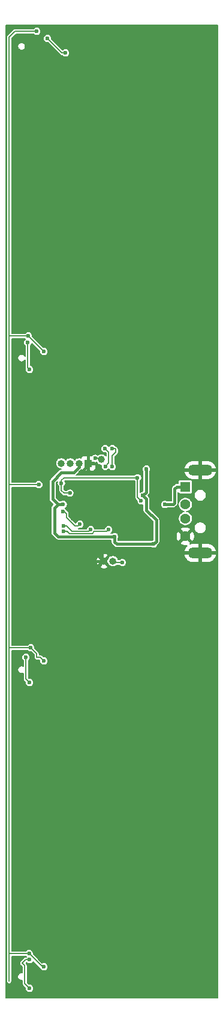
<source format=gtl>
G04 #@! TF.GenerationSoftware,KiCad,Pcbnew,5.1.5+dfsg1-2build2*
G04 #@! TF.CreationDate,2022-02-08T13:34:06-05:00*
G04 #@! TF.ProjectId,mico,6d69636f-2e6b-4696-9361-645f70636258,0.1*
G04 #@! TF.SameCoordinates,Original*
G04 #@! TF.FileFunction,Copper,L1,Top*
G04 #@! TF.FilePolarity,Positive*
%FSLAX46Y46*%
G04 Gerber Fmt 4.6, Leading zero omitted, Abs format (unit mm)*
G04 Created by KiCad (PCBNEW 5.1.5+dfsg1-2build2) date 2022-02-08 13:34:06*
%MOMM*%
%LPD*%
G04 APERTURE LIST*
%ADD10C,1.428000*%
%ADD11R,1.428000X1.428000*%
%ADD12O,3.500000X1.508000*%
%ADD13O,1.000000X1.000000*%
%ADD14R,1.000000X1.000000*%
%ADD15C,1.000000*%
%ADD16C,0.600000*%
%ADD17C,0.400000*%
%ADD18C,0.160000*%
%ADD19C,0.200000*%
G04 APERTURE END LIST*
D10*
X141900000Y-115500000D03*
X141900000Y-113000000D03*
X141900000Y-111000000D03*
D11*
X141900000Y-108500000D03*
D12*
X144000000Y-106150000D03*
X144000000Y-117850000D03*
D13*
X124390000Y-105200000D03*
X125660000Y-105200000D03*
X126930000Y-105200000D03*
D14*
X128200000Y-105200000D03*
D15*
X130048000Y-104648000D03*
D13*
X131670000Y-119000000D03*
D15*
X130400000Y-119000000D03*
D16*
X139000000Y-111000000D03*
X131400000Y-111000000D03*
X131400000Y-109000000D03*
X129400000Y-109000000D03*
X130400000Y-110000000D03*
X130150000Y-117500000D03*
X123400000Y-106000000D03*
X134900000Y-105250000D03*
X127102507Y-106495032D03*
X136650000Y-113250000D03*
X138025000Y-110125000D03*
X129400000Y-111000000D03*
X137000000Y-104600000D03*
X134200000Y-117400000D03*
X139800000Y-107000000D03*
X125650000Y-128858000D03*
X125650000Y-133430000D03*
X125650000Y-172038000D03*
X125650000Y-176610000D03*
X124968000Y-89916000D03*
X124968000Y-84836000D03*
X127508000Y-45212000D03*
X118872000Y-48260000D03*
X125650000Y-119000000D03*
X123920000Y-109480000D03*
X135900000Y-109750000D03*
X124650000Y-111000000D03*
X131907866Y-115539330D03*
X137400000Y-116600000D03*
X136400000Y-106000000D03*
X121200000Y-108200000D03*
X120057010Y-131233010D03*
X121920000Y-133096000D03*
X119831332Y-174413010D03*
X121920000Y-176276000D03*
X119718990Y-87206990D03*
X120904000Y-44196000D03*
X124968000Y-47244000D03*
X122428000Y-45212000D03*
X121920000Y-89408000D03*
X124400000Y-108000000D03*
X125600000Y-109400000D03*
X135650000Y-110500000D03*
X135150000Y-107250000D03*
X124390000Y-105200000D03*
X125660000Y-105200000D03*
X119380000Y-132588000D03*
X119888000Y-136144000D03*
X133000000Y-119200000D03*
X129150000Y-104500000D03*
X124600000Y-112000000D03*
X127000000Y-113792000D03*
X127000000Y-113792000D03*
X124714000Y-114808000D03*
X131064000Y-114554000D03*
X131572000Y-105664000D03*
X131572000Y-103124000D03*
X130556000Y-103124000D03*
X130600000Y-105620000D03*
X124714000Y-114046000D03*
X128524000Y-114554000D03*
X119888000Y-175260000D03*
X119888000Y-179324000D03*
X119634000Y-88138000D03*
X119888000Y-91948000D03*
D17*
X139000000Y-111000000D02*
X140200000Y-111000000D01*
X140200000Y-111000000D02*
X140400000Y-110800000D01*
X140400000Y-110800000D02*
X140400000Y-108800000D01*
X140700000Y-108500000D02*
X141900000Y-108500000D01*
X140400000Y-108800000D02*
X140700000Y-108500000D01*
X130250000Y-117400000D02*
X130150000Y-117500000D01*
X130150000Y-118750000D02*
X130400000Y-119000000D01*
X130150000Y-117500000D02*
X130150000Y-118750000D01*
X130400000Y-119000000D02*
X125650000Y-119000000D01*
X134900000Y-105250000D02*
X134900000Y-105000000D01*
X134900000Y-105000000D02*
X135150000Y-104750000D01*
X128200000Y-105200000D02*
X128200000Y-105450000D01*
X127154968Y-106495032D02*
X127102507Y-106495032D01*
X128200000Y-105450000D02*
X127154968Y-106495032D01*
X128200000Y-105200000D02*
X128200000Y-105550000D01*
X136400000Y-113500000D02*
X136650000Y-113250000D01*
X130900000Y-113500000D02*
X136400000Y-113500000D01*
X130650000Y-113500000D02*
X130900000Y-113500000D01*
X135300000Y-104600000D02*
X135150000Y-104750000D01*
X137000000Y-104600000D02*
X135300000Y-104600000D01*
X134200000Y-117400000D02*
X130250000Y-117400000D01*
X138025000Y-110125000D02*
X139675000Y-110125000D01*
X139675000Y-110125000D02*
X139800000Y-110000000D01*
X139800000Y-107800000D02*
X139800000Y-107000000D01*
X139800000Y-110000000D02*
X139800000Y-107800000D01*
X137000000Y-104600000D02*
X139200000Y-104600000D01*
X139800000Y-105200000D02*
X139800000Y-107000000D01*
X139200000Y-104600000D02*
X139800000Y-105200000D01*
X125650000Y-119000000D02*
X125650000Y-128858000D01*
X125650000Y-128858000D02*
X125650000Y-133430000D01*
X125650000Y-133430000D02*
X125650000Y-172038000D01*
X125650000Y-172038000D02*
X125650000Y-176610000D01*
X125650000Y-176610000D02*
X125650000Y-178642000D01*
X124968000Y-101308000D02*
X124968000Y-89916000D01*
X124968000Y-85344000D02*
X124968000Y-84836000D01*
X124968000Y-89916000D02*
X124968000Y-85344000D01*
X124968000Y-88392000D02*
X124968000Y-48260000D01*
X124968000Y-48260000D02*
X126492000Y-48260000D01*
X126492000Y-48260000D02*
X127508000Y-47244000D01*
X127508000Y-47244000D02*
X127508000Y-45212000D01*
X127508000Y-45212000D02*
X127508000Y-44704000D01*
D18*
X124968000Y-48260000D02*
X119888000Y-48260000D01*
X119888000Y-48260000D02*
X118872000Y-48260000D01*
X118872000Y-48260000D02*
X118872000Y-48260000D01*
D17*
X123400000Y-104692000D02*
X123400000Y-106000000D01*
X124968000Y-103124000D02*
X123400000Y-104692000D01*
X124968000Y-101308000D02*
X124968000Y-103124000D01*
X123920000Y-109480000D02*
X123920000Y-109820000D01*
X123920000Y-109820000D02*
X124300000Y-110200000D01*
X124300000Y-110200000D02*
X125100000Y-110200000D01*
X125100000Y-110200000D02*
X125900000Y-111000000D01*
X125900000Y-111000000D02*
X125900000Y-113000000D01*
X128240000Y-113000000D02*
X125900000Y-113000000D01*
X128740000Y-113500000D02*
X128240000Y-113000000D01*
X130650000Y-113500000D02*
X128740000Y-113500000D01*
X124650000Y-111000000D02*
X123900000Y-111000000D01*
X126930000Y-105720000D02*
X126150000Y-106500000D01*
X126150000Y-106500000D02*
X124400000Y-106500000D01*
X124400000Y-106500000D02*
X123150000Y-107750000D01*
X123150000Y-110250000D02*
X123900000Y-111000000D01*
X123150000Y-107750000D02*
X123150000Y-110250000D01*
X126930000Y-105200000D02*
X126930000Y-105720000D01*
X123900000Y-111000000D02*
X123400000Y-111500000D01*
X135600000Y-116600000D02*
X132200000Y-116600000D01*
X131907866Y-116307866D02*
X131907866Y-115539330D01*
X132200000Y-116600000D02*
X131907866Y-116307866D01*
X123939330Y-115539330D02*
X123400000Y-115000000D01*
X131907866Y-115539330D02*
X123939330Y-115539330D01*
X123400000Y-111500000D02*
X123400000Y-115000000D01*
X135600000Y-116600000D02*
X137400000Y-116600000D01*
X136400000Y-109250000D02*
X135900000Y-109750000D01*
X136400000Y-106000000D02*
X136400000Y-109250000D01*
X137800000Y-113200000D02*
X137800000Y-116200000D01*
X136400000Y-111800000D02*
X137800000Y-113200000D01*
X136400000Y-110250000D02*
X136400000Y-111800000D01*
X137800000Y-116200000D02*
X137400000Y-116600000D01*
X135900000Y-109750000D02*
X136400000Y-110250000D01*
D18*
X121200000Y-108200000D02*
X117013010Y-108200000D01*
X117013010Y-108200000D02*
X117009010Y-108204000D01*
X117009010Y-131233010D02*
X120057010Y-131233010D01*
X117009010Y-108204000D02*
X117009010Y-131233010D01*
X120057010Y-131233010D02*
X120057010Y-131233010D01*
X120904000Y-132080000D02*
X120904000Y-132588000D01*
X120057010Y-131233010D02*
X120904000Y-132080000D01*
X120904000Y-132588000D02*
X121412000Y-132588000D01*
X121412000Y-132588000D02*
X121920000Y-133096000D01*
X121920000Y-133096000D02*
X121920000Y-133096000D01*
X119831332Y-174413010D02*
X119831332Y-174413010D01*
X117009010Y-174413010D02*
X119831332Y-174413010D01*
X117009010Y-131233010D02*
X117009010Y-174413010D01*
X117009010Y-174413010D02*
X117009010Y-178308000D01*
X121694322Y-176276000D02*
X121920000Y-176276000D01*
X119831332Y-174413010D02*
X121694322Y-176276000D01*
X121920000Y-176276000D02*
X121920000Y-176276000D01*
X117013010Y-107869010D02*
X117009010Y-107865010D01*
X117013010Y-108200000D02*
X117013010Y-107869010D01*
X117009010Y-87206990D02*
X119718990Y-87206990D01*
X117009010Y-107865010D02*
X117009010Y-87206990D01*
X117009010Y-87206990D02*
X117009010Y-45212000D01*
X119718990Y-87206990D02*
X121920000Y-89408000D01*
X121920000Y-89408000D02*
X121920000Y-89408000D01*
X119718990Y-87206990D02*
X119718990Y-87206990D01*
X117009010Y-45212000D02*
X117009010Y-45042990D01*
X117009010Y-45042990D02*
X117856000Y-44196000D01*
X117856000Y-44196000D02*
X120904000Y-44196000D01*
X120904000Y-44196000D02*
X120904000Y-44196000D01*
X124968000Y-47244000D02*
X124460000Y-47244000D01*
X124460000Y-47244000D02*
X122428000Y-45212000D01*
X122428000Y-45212000D02*
X122428000Y-45212000D01*
D19*
X124400000Y-109000000D02*
X124800000Y-109400000D01*
X124800000Y-109400000D02*
X125600000Y-109400000D01*
X124400000Y-108000000D02*
X124400000Y-109000000D01*
X135650000Y-110500000D02*
X135150000Y-110000000D01*
X135150000Y-110000000D02*
X135150000Y-107250000D01*
X124400000Y-108000000D02*
X124400000Y-107600000D01*
X124750000Y-107250000D02*
X124400000Y-107600000D01*
X135150000Y-107250000D02*
X124750000Y-107250000D01*
D18*
X119380000Y-132588000D02*
X119380000Y-135636000D01*
X119380000Y-135636000D02*
X119888000Y-136144000D01*
X119888000Y-136144000D02*
X119888000Y-136144000D01*
D19*
X131870000Y-119200000D02*
X131670000Y-119000000D01*
X133000000Y-119200000D02*
X131870000Y-119200000D01*
D18*
X129900000Y-104500000D02*
X130048000Y-104648000D01*
X129150000Y-104500000D02*
X129900000Y-104500000D01*
X124800000Y-112000000D02*
X124600000Y-112000000D01*
X125100000Y-112300000D02*
X124800000Y-112000000D01*
X125100000Y-112813782D02*
X126332218Y-114046000D01*
X125100000Y-112300000D02*
X125100000Y-112813782D01*
X126575736Y-114046000D02*
X126332218Y-114046000D01*
X126575736Y-114046000D02*
X126746000Y-114046000D01*
X126746000Y-114046000D02*
X127000000Y-113792000D01*
X127000000Y-113792000D02*
X127000000Y-113792000D01*
X127000000Y-113792000D02*
X127000000Y-113792000D01*
X125138264Y-114808000D02*
X125164265Y-114834001D01*
X124714000Y-114808000D02*
X125138264Y-114808000D01*
X125138264Y-114808000D02*
X125222000Y-114808000D01*
X125222000Y-114808000D02*
X125519320Y-115105320D01*
X125519320Y-115105320D02*
X128734680Y-115105320D01*
X128734680Y-115105320D02*
X129032000Y-114808000D01*
X129032000Y-114808000D02*
X129032000Y-114808000D01*
X129032000Y-114808000D02*
X130810000Y-114808000D01*
X130810000Y-114808000D02*
X131064000Y-114554000D01*
X131064000Y-114554000D02*
X131064000Y-114300000D01*
X131064000Y-114554000D02*
X131064000Y-114554000D01*
X131572000Y-104140000D02*
X132080000Y-103632000D01*
X131572000Y-105664000D02*
X131572000Y-104140000D01*
X132080000Y-103207736D02*
X132080000Y-103632000D01*
X131996264Y-103124000D02*
X132080000Y-103207736D01*
X131572000Y-103124000D02*
X131996264Y-103124000D01*
X131064000Y-105156000D02*
X130600000Y-105620000D01*
X131064000Y-103632000D02*
X131064000Y-105156000D01*
X131064000Y-103632000D02*
X130556000Y-103124000D01*
X125138264Y-114046000D02*
X125883574Y-114791310D01*
X124714000Y-114046000D02*
X125138264Y-114046000D01*
X125883574Y-114791310D02*
X126954988Y-114791310D01*
X126954988Y-114791310D02*
X128016000Y-114791310D01*
X128016000Y-114791310D02*
X128286690Y-114791310D01*
X128286690Y-114791310D02*
X128524000Y-114554000D01*
X128524000Y-114554000D02*
X128524000Y-114554000D01*
X119888000Y-175260000D02*
X119380000Y-175260000D01*
X119380000Y-175260000D02*
X118872000Y-175768000D01*
X119221501Y-176117501D02*
X119221501Y-178149501D01*
X118872000Y-175768000D02*
X119221501Y-176117501D01*
X119221501Y-178149501D02*
X119221501Y-178657501D01*
X119221501Y-178657501D02*
X119888000Y-179324000D01*
X119888000Y-179324000D02*
X119888000Y-179324000D01*
X119634000Y-88138000D02*
X119634000Y-91694000D01*
X119634000Y-91694000D02*
X119888000Y-91948000D01*
X119888000Y-91948000D02*
X119888000Y-91948000D01*
D19*
G36*
X146425000Y-180675000D02*
G01*
X116575000Y-180675000D01*
X116575000Y-87206990D01*
X116627172Y-87206990D01*
X116629011Y-87225661D01*
X116629010Y-107846357D01*
X116627173Y-107865010D01*
X116629010Y-107883663D01*
X116629010Y-107883670D01*
X116633010Y-107924282D01*
X116633010Y-108144728D01*
X116629010Y-108185340D01*
X116629010Y-108185347D01*
X116627173Y-108204000D01*
X116629010Y-108222653D01*
X116629011Y-131214339D01*
X116627172Y-131233010D01*
X116629010Y-131251671D01*
X116629011Y-174394339D01*
X116627172Y-174413010D01*
X116629010Y-174431671D01*
X116629011Y-178326661D01*
X116634510Y-178382493D01*
X116656239Y-178454123D01*
X116691524Y-178520138D01*
X116739011Y-178578000D01*
X116796873Y-178625487D01*
X116862888Y-178660772D01*
X116934518Y-178682501D01*
X117009010Y-178689838D01*
X117083503Y-178682501D01*
X117155133Y-178660772D01*
X117221148Y-178625487D01*
X117279010Y-178578000D01*
X117326497Y-178520138D01*
X117361782Y-178454123D01*
X117383511Y-178382493D01*
X117389010Y-178326661D01*
X117389010Y-174793010D01*
X119363626Y-174793010D01*
X119365282Y-174795488D01*
X119434633Y-174864839D01*
X119421950Y-174877522D01*
X119420294Y-174880000D01*
X119398653Y-174880000D01*
X119379999Y-174878163D01*
X119361345Y-174880000D01*
X119361339Y-174880000D01*
X119313169Y-174884744D01*
X119305506Y-174885499D01*
X119283777Y-174892091D01*
X119233877Y-174907228D01*
X119167862Y-174942513D01*
X119110000Y-174990000D01*
X119098104Y-175004495D01*
X118616498Y-175486102D01*
X118602000Y-175498000D01*
X118575739Y-175530000D01*
X118554514Y-175555863D01*
X118519228Y-175621878D01*
X118497499Y-175693508D01*
X118490163Y-175768000D01*
X118497499Y-175842492D01*
X118519228Y-175914122D01*
X118554514Y-175980137D01*
X118602000Y-176038000D01*
X118616497Y-176049897D01*
X118841501Y-176274902D01*
X118841501Y-177128662D01*
X118791670Y-177118750D01*
X118683330Y-177118750D01*
X118577071Y-177139886D01*
X118476977Y-177181347D01*
X118386896Y-177241537D01*
X118310287Y-177318146D01*
X118250097Y-177408227D01*
X118208636Y-177508321D01*
X118187500Y-177614580D01*
X118187500Y-177722920D01*
X118208636Y-177829179D01*
X118250097Y-177929273D01*
X118310287Y-178019354D01*
X118386896Y-178095963D01*
X118476977Y-178156153D01*
X118577071Y-178197614D01*
X118683330Y-178218750D01*
X118791670Y-178218750D01*
X118841501Y-178208838D01*
X118841502Y-178638838D01*
X118839664Y-178657501D01*
X118847000Y-178731993D01*
X118868729Y-178803623D01*
X118868730Y-178803624D01*
X118904015Y-178869639D01*
X118951502Y-178927501D01*
X118965997Y-178939397D01*
X119288581Y-179261982D01*
X119288000Y-179264905D01*
X119288000Y-179383095D01*
X119311058Y-179499014D01*
X119356287Y-179608207D01*
X119421950Y-179706478D01*
X119505522Y-179790050D01*
X119603793Y-179855713D01*
X119712986Y-179900942D01*
X119828905Y-179924000D01*
X119947095Y-179924000D01*
X120063014Y-179900942D01*
X120172207Y-179855713D01*
X120270478Y-179790050D01*
X120354050Y-179706478D01*
X120419713Y-179608207D01*
X120464942Y-179499014D01*
X120488000Y-179383095D01*
X120488000Y-179264905D01*
X120464942Y-179148986D01*
X120419713Y-179039793D01*
X120354050Y-178941522D01*
X120270478Y-178857950D01*
X120172207Y-178792287D01*
X120063014Y-178747058D01*
X119947095Y-178724000D01*
X119828905Y-178724000D01*
X119825982Y-178724581D01*
X119601501Y-178500101D01*
X119601501Y-176136154D01*
X119603338Y-176117500D01*
X119601501Y-176098846D01*
X119601501Y-176098840D01*
X119596002Y-176043008D01*
X119574273Y-175971378D01*
X119538988Y-175905363D01*
X119491501Y-175847501D01*
X119477007Y-175835606D01*
X119409401Y-175768000D01*
X119478436Y-175698964D01*
X119505522Y-175726050D01*
X119603793Y-175791713D01*
X119712986Y-175836942D01*
X119828905Y-175860000D01*
X119947095Y-175860000D01*
X120063014Y-175836942D01*
X120172207Y-175791713D01*
X120270478Y-175726050D01*
X120354050Y-175642478D01*
X120419713Y-175544207D01*
X120421299Y-175540378D01*
X121350924Y-176470004D01*
X121388287Y-176560207D01*
X121453950Y-176658478D01*
X121537522Y-176742050D01*
X121635793Y-176807713D01*
X121744986Y-176852942D01*
X121860905Y-176876000D01*
X121979095Y-176876000D01*
X122095014Y-176852942D01*
X122204207Y-176807713D01*
X122302478Y-176742050D01*
X122386050Y-176658478D01*
X122451713Y-176560207D01*
X122496942Y-176451014D01*
X122520000Y-176335095D01*
X122520000Y-176216905D01*
X122496942Y-176100986D01*
X122451713Y-175991793D01*
X122386050Y-175893522D01*
X122302478Y-175809950D01*
X122204207Y-175744287D01*
X122095014Y-175699058D01*
X121979095Y-175676000D01*
X121860905Y-175676000D01*
X121744986Y-175699058D01*
X121681202Y-175725478D01*
X120430751Y-174475028D01*
X120431332Y-174472105D01*
X120431332Y-174353915D01*
X120408274Y-174237996D01*
X120363045Y-174128803D01*
X120297382Y-174030532D01*
X120213810Y-173946960D01*
X120115539Y-173881297D01*
X120006346Y-173836068D01*
X119890427Y-173813010D01*
X119772237Y-173813010D01*
X119656318Y-173836068D01*
X119547125Y-173881297D01*
X119448854Y-173946960D01*
X119365282Y-174030532D01*
X119363626Y-174033010D01*
X117389010Y-174033010D01*
X117389010Y-134270830D01*
X118200000Y-134270830D01*
X118200000Y-134379170D01*
X118221136Y-134485429D01*
X118262597Y-134585523D01*
X118322787Y-134675604D01*
X118399396Y-134752213D01*
X118489477Y-134812403D01*
X118589571Y-134853864D01*
X118695830Y-134875000D01*
X118804170Y-134875000D01*
X118910429Y-134853864D01*
X119000001Y-134816762D01*
X119000001Y-135617337D01*
X118998163Y-135636000D01*
X119005499Y-135710492D01*
X119027228Y-135782122D01*
X119043654Y-135812852D01*
X119062514Y-135848138D01*
X119110001Y-135906000D01*
X119124496Y-135917896D01*
X119288581Y-136081982D01*
X119288000Y-136084905D01*
X119288000Y-136203095D01*
X119311058Y-136319014D01*
X119356287Y-136428207D01*
X119421950Y-136526478D01*
X119505522Y-136610050D01*
X119603793Y-136675713D01*
X119712986Y-136720942D01*
X119828905Y-136744000D01*
X119947095Y-136744000D01*
X120063014Y-136720942D01*
X120172207Y-136675713D01*
X120270478Y-136610050D01*
X120354050Y-136526478D01*
X120419713Y-136428207D01*
X120464942Y-136319014D01*
X120488000Y-136203095D01*
X120488000Y-136084905D01*
X120464942Y-135968986D01*
X120419713Y-135859793D01*
X120354050Y-135761522D01*
X120270478Y-135677950D01*
X120172207Y-135612287D01*
X120063014Y-135567058D01*
X119947095Y-135544000D01*
X119828905Y-135544000D01*
X119825982Y-135544581D01*
X119760000Y-135478600D01*
X119760000Y-133055706D01*
X119762478Y-133054050D01*
X119846050Y-132970478D01*
X119911713Y-132872207D01*
X119956942Y-132763014D01*
X119980000Y-132647095D01*
X119980000Y-132528905D01*
X119956942Y-132412986D01*
X119911713Y-132303793D01*
X119846050Y-132205522D01*
X119762478Y-132121950D01*
X119664207Y-132056287D01*
X119555014Y-132011058D01*
X119439095Y-131988000D01*
X119320905Y-131988000D01*
X119204986Y-132011058D01*
X119095793Y-132056287D01*
X118997522Y-132121950D01*
X118913950Y-132205522D01*
X118848287Y-132303793D01*
X118803058Y-132412986D01*
X118780000Y-132528905D01*
X118780000Y-132647095D01*
X118803058Y-132763014D01*
X118848287Y-132872207D01*
X118913950Y-132970478D01*
X118997522Y-133054050D01*
X119000000Y-133055706D01*
X119000000Y-133833238D01*
X118910429Y-133796136D01*
X118804170Y-133775000D01*
X118695830Y-133775000D01*
X118589571Y-133796136D01*
X118489477Y-133837597D01*
X118399396Y-133897787D01*
X118322787Y-133974396D01*
X118262597Y-134064477D01*
X118221136Y-134164571D01*
X118200000Y-134270830D01*
X117389010Y-134270830D01*
X117389010Y-131613010D01*
X119589304Y-131613010D01*
X119590960Y-131615488D01*
X119674532Y-131699060D01*
X119772803Y-131764723D01*
X119881996Y-131809952D01*
X119997915Y-131833010D01*
X120116105Y-131833010D01*
X120119028Y-131832429D01*
X120524000Y-132237402D01*
X120524001Y-132569329D01*
X120522162Y-132588000D01*
X120529499Y-132662493D01*
X120551228Y-132734123D01*
X120586513Y-132800138D01*
X120634000Y-132858000D01*
X120691862Y-132905487D01*
X120757877Y-132940772D01*
X120829507Y-132962501D01*
X120885339Y-132968000D01*
X120904000Y-132969838D01*
X120922661Y-132968000D01*
X121254600Y-132968000D01*
X121320581Y-133033982D01*
X121320000Y-133036905D01*
X121320000Y-133155095D01*
X121343058Y-133271014D01*
X121388287Y-133380207D01*
X121453950Y-133478478D01*
X121537522Y-133562050D01*
X121635793Y-133627713D01*
X121744986Y-133672942D01*
X121860905Y-133696000D01*
X121979095Y-133696000D01*
X122095014Y-133672942D01*
X122204207Y-133627713D01*
X122302478Y-133562050D01*
X122386050Y-133478478D01*
X122451713Y-133380207D01*
X122496942Y-133271014D01*
X122520000Y-133155095D01*
X122520000Y-133036905D01*
X122496942Y-132920986D01*
X122451713Y-132811793D01*
X122386050Y-132713522D01*
X122302478Y-132629950D01*
X122204207Y-132564287D01*
X122095014Y-132519058D01*
X121979095Y-132496000D01*
X121860905Y-132496000D01*
X121857982Y-132496581D01*
X121693900Y-132332500D01*
X121682000Y-132318000D01*
X121624138Y-132270513D01*
X121558123Y-132235228D01*
X121486493Y-132213499D01*
X121430661Y-132208000D01*
X121430653Y-132208000D01*
X121412000Y-132206163D01*
X121393347Y-132208000D01*
X121284000Y-132208000D01*
X121284000Y-132098654D01*
X121285837Y-132080000D01*
X121284000Y-132061346D01*
X121284000Y-132061339D01*
X121278501Y-132005507D01*
X121256772Y-131933877D01*
X121221487Y-131867862D01*
X121202354Y-131844549D01*
X121185896Y-131824494D01*
X121185891Y-131824489D01*
X121174000Y-131810000D01*
X121159512Y-131798110D01*
X120656429Y-131295028D01*
X120657010Y-131292105D01*
X120657010Y-131173915D01*
X120633952Y-131057996D01*
X120588723Y-130948803D01*
X120523060Y-130850532D01*
X120439488Y-130766960D01*
X120341217Y-130701297D01*
X120232024Y-130656068D01*
X120116105Y-130633010D01*
X119997915Y-130633010D01*
X119881996Y-130656068D01*
X119772803Y-130701297D01*
X119674532Y-130766960D01*
X119590960Y-130850532D01*
X119589304Y-130853010D01*
X117389010Y-130853010D01*
X117389010Y-119779901D01*
X129837888Y-119779901D01*
X129876462Y-119982589D01*
X130078215Y-120065847D01*
X130292335Y-120108144D01*
X130510592Y-120107855D01*
X130724598Y-120064993D01*
X130923538Y-119982589D01*
X130962112Y-119779901D01*
X130400000Y-119217789D01*
X129837888Y-119779901D01*
X117389010Y-119779901D01*
X117389010Y-118892335D01*
X129291856Y-118892335D01*
X129292145Y-119110592D01*
X129335007Y-119324598D01*
X129417411Y-119523538D01*
X129620099Y-119562112D01*
X130182211Y-119000000D01*
X130617789Y-119000000D01*
X130935818Y-119318029D01*
X130961049Y-119378942D01*
X131048599Y-119509970D01*
X131160030Y-119621401D01*
X131291058Y-119708951D01*
X131436649Y-119769257D01*
X131591207Y-119800000D01*
X131748793Y-119800000D01*
X131903351Y-119769257D01*
X132048942Y-119708951D01*
X132179970Y-119621401D01*
X132201371Y-119600000D01*
X132551472Y-119600000D01*
X132617522Y-119666050D01*
X132715793Y-119731713D01*
X132824986Y-119776942D01*
X132940905Y-119800000D01*
X133059095Y-119800000D01*
X133175014Y-119776942D01*
X133284207Y-119731713D01*
X133382478Y-119666050D01*
X133466050Y-119582478D01*
X133531713Y-119484207D01*
X133576942Y-119375014D01*
X133600000Y-119259095D01*
X133600000Y-119140905D01*
X133576942Y-119024986D01*
X133531713Y-118915793D01*
X133466050Y-118817522D01*
X133382478Y-118733950D01*
X133284207Y-118668287D01*
X133175014Y-118623058D01*
X133059095Y-118600000D01*
X132940905Y-118600000D01*
X132824986Y-118623058D01*
X132715793Y-118668287D01*
X132617522Y-118733950D01*
X132551472Y-118800000D01*
X132445891Y-118800000D01*
X132439257Y-118766649D01*
X132378951Y-118621058D01*
X132291401Y-118490030D01*
X132179970Y-118378599D01*
X132048942Y-118291049D01*
X131903351Y-118230743D01*
X131818177Y-118213801D01*
X141691486Y-118213801D01*
X141785980Y-118478640D01*
X141932026Y-118704185D01*
X142119267Y-118896904D01*
X142340508Y-119049391D01*
X142587246Y-119155786D01*
X142850000Y-119212000D01*
X143846000Y-119212000D01*
X143846000Y-118004000D01*
X144154000Y-118004000D01*
X144154000Y-119212000D01*
X145150000Y-119212000D01*
X145412754Y-119155786D01*
X145659492Y-119049391D01*
X145880733Y-118896904D01*
X146067974Y-118704185D01*
X146214020Y-118478640D01*
X146308514Y-118213801D01*
X146196160Y-118004000D01*
X144154000Y-118004000D01*
X143846000Y-118004000D01*
X141803840Y-118004000D01*
X141691486Y-118213801D01*
X131818177Y-118213801D01*
X131748793Y-118200000D01*
X131591207Y-118200000D01*
X131436649Y-118230743D01*
X131291058Y-118291049D01*
X131160030Y-118378599D01*
X131048599Y-118490030D01*
X130961049Y-118621058D01*
X130935818Y-118681971D01*
X130617789Y-119000000D01*
X130182211Y-119000000D01*
X129620099Y-118437888D01*
X129417411Y-118476462D01*
X129334153Y-118678215D01*
X129291856Y-118892335D01*
X117389010Y-118892335D01*
X117389010Y-118220099D01*
X129837888Y-118220099D01*
X130400000Y-118782211D01*
X130962112Y-118220099D01*
X130923538Y-118017411D01*
X130721785Y-117934153D01*
X130507665Y-117891856D01*
X130289408Y-117892145D01*
X130075402Y-117935007D01*
X129876462Y-118017411D01*
X129837888Y-118220099D01*
X117389010Y-118220099D01*
X117389010Y-108580000D01*
X120732294Y-108580000D01*
X120733950Y-108582478D01*
X120817522Y-108666050D01*
X120915793Y-108731713D01*
X121024986Y-108776942D01*
X121140905Y-108800000D01*
X121259095Y-108800000D01*
X121375014Y-108776942D01*
X121484207Y-108731713D01*
X121582478Y-108666050D01*
X121666050Y-108582478D01*
X121731713Y-108484207D01*
X121776942Y-108375014D01*
X121800000Y-108259095D01*
X121800000Y-108140905D01*
X121776942Y-108024986D01*
X121731713Y-107915793D01*
X121666050Y-107817522D01*
X121598528Y-107750000D01*
X122647581Y-107750000D01*
X122650000Y-107774560D01*
X122650001Y-110225430D01*
X122647581Y-110250000D01*
X122657235Y-110348017D01*
X122679999Y-110423058D01*
X122685826Y-110442267D01*
X122732255Y-110529129D01*
X122794737Y-110605264D01*
X122813819Y-110620924D01*
X123192894Y-111000000D01*
X123063823Y-111129071D01*
X123044736Y-111144736D01*
X122982254Y-111220871D01*
X122935825Y-111307734D01*
X122921407Y-111355264D01*
X122907235Y-111401983D01*
X122897581Y-111500000D01*
X122900000Y-111524560D01*
X122900001Y-114975430D01*
X122897581Y-115000000D01*
X122907235Y-115098017D01*
X122933338Y-115184066D01*
X122935826Y-115192267D01*
X122982255Y-115279129D01*
X123044737Y-115355264D01*
X123063819Y-115370924D01*
X123568409Y-115875516D01*
X123584066Y-115894594D01*
X123660201Y-115957076D01*
X123747063Y-116003505D01*
X123841313Y-116032095D01*
X123939330Y-116041749D01*
X123963890Y-116039330D01*
X131407866Y-116039330D01*
X131407866Y-116283305D01*
X131405447Y-116307866D01*
X131407866Y-116332425D01*
X131415101Y-116405882D01*
X131443691Y-116500132D01*
X131490120Y-116586995D01*
X131552602Y-116663130D01*
X131571690Y-116678795D01*
X131829075Y-116936181D01*
X131844736Y-116955264D01*
X131920871Y-117017746D01*
X132007733Y-117064175D01*
X132101983Y-117092765D01*
X132200000Y-117102419D01*
X132224560Y-117100000D01*
X137068331Y-117100000D01*
X137115793Y-117131713D01*
X137224986Y-117176942D01*
X137340905Y-117200000D01*
X137459095Y-117200000D01*
X137575014Y-117176942D01*
X137684207Y-117131713D01*
X137782478Y-117066050D01*
X137866050Y-116982478D01*
X137931713Y-116884207D01*
X137976942Y-116775014D01*
X137988079Y-116719028D01*
X138136186Y-116570921D01*
X138155264Y-116555264D01*
X138217746Y-116479129D01*
X138242095Y-116433575D01*
X141184214Y-116433575D01*
X141249041Y-116657969D01*
X141487457Y-116762715D01*
X141741727Y-116818935D01*
X142002080Y-116824470D01*
X142118513Y-116803872D01*
X141932026Y-116995815D01*
X141785980Y-117221360D01*
X141691486Y-117486199D01*
X141803840Y-117696000D01*
X143846000Y-117696000D01*
X143846000Y-116488000D01*
X144154000Y-116488000D01*
X144154000Y-117696000D01*
X146196160Y-117696000D01*
X146308514Y-117486199D01*
X146214020Y-117221360D01*
X146067974Y-116995815D01*
X145880733Y-116803096D01*
X145659492Y-116650609D01*
X145412754Y-116544214D01*
X145150000Y-116488000D01*
X144154000Y-116488000D01*
X143846000Y-116488000D01*
X142850000Y-116488000D01*
X142587246Y-116544214D01*
X142583335Y-116545900D01*
X142615786Y-116433575D01*
X141900000Y-115717789D01*
X141184214Y-116433575D01*
X138242095Y-116433575D01*
X138264175Y-116392267D01*
X138292765Y-116298017D01*
X138300000Y-116224560D01*
X138300000Y-116224551D01*
X138302418Y-116200001D01*
X138300000Y-116175451D01*
X138300000Y-115602080D01*
X140575530Y-115602080D01*
X140620895Y-115858510D01*
X140715414Y-116101163D01*
X140742031Y-116150959D01*
X140966425Y-116215786D01*
X141682211Y-115500000D01*
X142117789Y-115500000D01*
X142833575Y-116215786D01*
X143057969Y-116150959D01*
X143162715Y-115912543D01*
X143218935Y-115658273D01*
X143224470Y-115397920D01*
X143179105Y-115141490D01*
X143084586Y-114898837D01*
X143057969Y-114849041D01*
X142833575Y-114784214D01*
X142117789Y-115500000D01*
X141682211Y-115500000D01*
X140966425Y-114784214D01*
X140742031Y-114849041D01*
X140637285Y-115087457D01*
X140581065Y-115341727D01*
X140575530Y-115602080D01*
X138300000Y-115602080D01*
X138300000Y-114566425D01*
X141184214Y-114566425D01*
X141900000Y-115282211D01*
X142615786Y-114566425D01*
X142550959Y-114342031D01*
X142312543Y-114237285D01*
X142217552Y-114216282D01*
X143150000Y-114216282D01*
X143150000Y-114383718D01*
X143182665Y-114547936D01*
X143246740Y-114702626D01*
X143339762Y-114841844D01*
X143458156Y-114960238D01*
X143597374Y-115053260D01*
X143752064Y-115117335D01*
X143916282Y-115150000D01*
X144083718Y-115150000D01*
X144247936Y-115117335D01*
X144402626Y-115053260D01*
X144541844Y-114960238D01*
X144660238Y-114841844D01*
X144753260Y-114702626D01*
X144817335Y-114547936D01*
X144850000Y-114383718D01*
X144850000Y-114216282D01*
X144817335Y-114052064D01*
X144753260Y-113897374D01*
X144660238Y-113758156D01*
X144541844Y-113639762D01*
X144402626Y-113546740D01*
X144247936Y-113482665D01*
X144083718Y-113450000D01*
X143916282Y-113450000D01*
X143752064Y-113482665D01*
X143597374Y-113546740D01*
X143458156Y-113639762D01*
X143339762Y-113758156D01*
X143246740Y-113897374D01*
X143182665Y-114052064D01*
X143150000Y-114216282D01*
X142217552Y-114216282D01*
X142058273Y-114181065D01*
X141797920Y-114175530D01*
X141541490Y-114220895D01*
X141298837Y-114315414D01*
X141249041Y-114342031D01*
X141184214Y-114566425D01*
X138300000Y-114566425D01*
X138300000Y-113224560D01*
X138302419Y-113200000D01*
X138292765Y-113101982D01*
X138282847Y-113069287D01*
X138264175Y-113007733D01*
X138217746Y-112920871D01*
X138155264Y-112844736D01*
X138136181Y-112829075D01*
X136900000Y-111592895D01*
X136900000Y-110940905D01*
X138400000Y-110940905D01*
X138400000Y-111059095D01*
X138423058Y-111175014D01*
X138468287Y-111284207D01*
X138533950Y-111382478D01*
X138617522Y-111466050D01*
X138715793Y-111531713D01*
X138824986Y-111576942D01*
X138940905Y-111600000D01*
X139059095Y-111600000D01*
X139175014Y-111576942D01*
X139284207Y-111531713D01*
X139331669Y-111500000D01*
X140175440Y-111500000D01*
X140200000Y-111502419D01*
X140224560Y-111500000D01*
X140298017Y-111492765D01*
X140392267Y-111464175D01*
X140479129Y-111417746D01*
X140555264Y-111355264D01*
X140570928Y-111336177D01*
X140736181Y-111170925D01*
X140755264Y-111155264D01*
X140817746Y-111079129D01*
X140864175Y-110992267D01*
X140886000Y-110920319D01*
X140886000Y-111099870D01*
X140924968Y-111295773D01*
X141001405Y-111480309D01*
X141112375Y-111646387D01*
X141253613Y-111787625D01*
X141419691Y-111898595D01*
X141604227Y-111975032D01*
X141729748Y-112000000D01*
X141604227Y-112024968D01*
X141419691Y-112101405D01*
X141253613Y-112212375D01*
X141112375Y-112353613D01*
X141001405Y-112519691D01*
X140924968Y-112704227D01*
X140886000Y-112900130D01*
X140886000Y-113099870D01*
X140924968Y-113295773D01*
X141001405Y-113480309D01*
X141112375Y-113646387D01*
X141253613Y-113787625D01*
X141419691Y-113898595D01*
X141604227Y-113975032D01*
X141800130Y-114014000D01*
X141999870Y-114014000D01*
X142195773Y-113975032D01*
X142380309Y-113898595D01*
X142546387Y-113787625D01*
X142687625Y-113646387D01*
X142798595Y-113480309D01*
X142875032Y-113295773D01*
X142914000Y-113099870D01*
X142914000Y-112900130D01*
X142875032Y-112704227D01*
X142798595Y-112519691D01*
X142687625Y-112353613D01*
X142546387Y-112212375D01*
X142380309Y-112101405D01*
X142195773Y-112024968D01*
X142070252Y-112000000D01*
X142195773Y-111975032D01*
X142380309Y-111898595D01*
X142546387Y-111787625D01*
X142687625Y-111646387D01*
X142798595Y-111480309D01*
X142875032Y-111295773D01*
X142914000Y-111099870D01*
X142914000Y-110900130D01*
X142875032Y-110704227D01*
X142798595Y-110519691D01*
X142687625Y-110353613D01*
X142546387Y-110212375D01*
X142380309Y-110101405D01*
X142195773Y-110024968D01*
X141999870Y-109986000D01*
X141800130Y-109986000D01*
X141604227Y-110024968D01*
X141419691Y-110101405D01*
X141253613Y-110212375D01*
X141112375Y-110353613D01*
X141001405Y-110519691D01*
X140924968Y-110704227D01*
X140898988Y-110834836D01*
X140902419Y-110800000D01*
X140900000Y-110775440D01*
X140900000Y-109616282D01*
X143150000Y-109616282D01*
X143150000Y-109783718D01*
X143182665Y-109947936D01*
X143246740Y-110102626D01*
X143339762Y-110241844D01*
X143458156Y-110360238D01*
X143597374Y-110453260D01*
X143752064Y-110517335D01*
X143916282Y-110550000D01*
X144083718Y-110550000D01*
X144247936Y-110517335D01*
X144402626Y-110453260D01*
X144541844Y-110360238D01*
X144660238Y-110241844D01*
X144753260Y-110102626D01*
X144817335Y-109947936D01*
X144850000Y-109783718D01*
X144850000Y-109616282D01*
X144817335Y-109452064D01*
X144753260Y-109297374D01*
X144660238Y-109158156D01*
X144541844Y-109039762D01*
X144402626Y-108946740D01*
X144247936Y-108882665D01*
X144083718Y-108850000D01*
X143916282Y-108850000D01*
X143752064Y-108882665D01*
X143597374Y-108946740D01*
X143458156Y-109039762D01*
X143339762Y-109158156D01*
X143246740Y-109297374D01*
X143182665Y-109452064D01*
X143150000Y-109616282D01*
X140900000Y-109616282D01*
X140900000Y-109304650D01*
X140907496Y-109329360D01*
X140935353Y-109381477D01*
X140972842Y-109427158D01*
X141018523Y-109464647D01*
X141070640Y-109492504D01*
X141127190Y-109509659D01*
X141186000Y-109515451D01*
X142614000Y-109515451D01*
X142672810Y-109509659D01*
X142729360Y-109492504D01*
X142781477Y-109464647D01*
X142827158Y-109427158D01*
X142864647Y-109381477D01*
X142892504Y-109329360D01*
X142909659Y-109272810D01*
X142915451Y-109214000D01*
X142915451Y-107786000D01*
X142909659Y-107727190D01*
X142892504Y-107670640D01*
X142864647Y-107618523D01*
X142827158Y-107572842D01*
X142781477Y-107535353D01*
X142729360Y-107507496D01*
X142672810Y-107490341D01*
X142614000Y-107484549D01*
X141186000Y-107484549D01*
X141127190Y-107490341D01*
X141070640Y-107507496D01*
X141018523Y-107535353D01*
X140972842Y-107572842D01*
X140935353Y-107618523D01*
X140907496Y-107670640D01*
X140890341Y-107727190D01*
X140884549Y-107786000D01*
X140884549Y-108000000D01*
X140724557Y-108000000D01*
X140699999Y-107997581D01*
X140675441Y-108000000D01*
X140675440Y-108000000D01*
X140601983Y-108007235D01*
X140507733Y-108035825D01*
X140420871Y-108082254D01*
X140344736Y-108144736D01*
X140329071Y-108163824D01*
X140063820Y-108429075D01*
X140044737Y-108444736D01*
X139982255Y-108520871D01*
X139953589Y-108574501D01*
X139935826Y-108607733D01*
X139907235Y-108701983D01*
X139897581Y-108800000D01*
X139900001Y-108824570D01*
X139900000Y-110500000D01*
X139331669Y-110500000D01*
X139284207Y-110468287D01*
X139175014Y-110423058D01*
X139059095Y-110400000D01*
X138940905Y-110400000D01*
X138824986Y-110423058D01*
X138715793Y-110468287D01*
X138617522Y-110533950D01*
X138533950Y-110617522D01*
X138468287Y-110715793D01*
X138423058Y-110824986D01*
X138400000Y-110940905D01*
X136900000Y-110940905D01*
X136900000Y-110274560D01*
X136902419Y-110250000D01*
X136892765Y-110151983D01*
X136883342Y-110120919D01*
X136864175Y-110057733D01*
X136817746Y-109970871D01*
X136755264Y-109894736D01*
X136736186Y-109879079D01*
X136607106Y-109750000D01*
X136736186Y-109620921D01*
X136755264Y-109605264D01*
X136817746Y-109529129D01*
X136864175Y-109442267D01*
X136892765Y-109348017D01*
X136900000Y-109274560D01*
X136902419Y-109250000D01*
X136900000Y-109225440D01*
X136900000Y-106513801D01*
X141691486Y-106513801D01*
X141785980Y-106778640D01*
X141932026Y-107004185D01*
X142119267Y-107196904D01*
X142340508Y-107349391D01*
X142587246Y-107455786D01*
X142850000Y-107512000D01*
X143846000Y-107512000D01*
X143846000Y-106304000D01*
X144154000Y-106304000D01*
X144154000Y-107512000D01*
X145150000Y-107512000D01*
X145412754Y-107455786D01*
X145659492Y-107349391D01*
X145880733Y-107196904D01*
X146067974Y-107004185D01*
X146214020Y-106778640D01*
X146308514Y-106513801D01*
X146196160Y-106304000D01*
X144154000Y-106304000D01*
X143846000Y-106304000D01*
X141803840Y-106304000D01*
X141691486Y-106513801D01*
X136900000Y-106513801D01*
X136900000Y-106331669D01*
X136931713Y-106284207D01*
X136976942Y-106175014D01*
X137000000Y-106059095D01*
X137000000Y-105940905D01*
X136976942Y-105824986D01*
X136960876Y-105786199D01*
X141691486Y-105786199D01*
X141803840Y-105996000D01*
X143846000Y-105996000D01*
X143846000Y-104788000D01*
X144154000Y-104788000D01*
X144154000Y-105996000D01*
X146196160Y-105996000D01*
X146308514Y-105786199D01*
X146214020Y-105521360D01*
X146067974Y-105295815D01*
X145880733Y-105103096D01*
X145659492Y-104950609D01*
X145412754Y-104844214D01*
X145150000Y-104788000D01*
X144154000Y-104788000D01*
X143846000Y-104788000D01*
X142850000Y-104788000D01*
X142587246Y-104844214D01*
X142340508Y-104950609D01*
X142119267Y-105103096D01*
X141932026Y-105295815D01*
X141785980Y-105521360D01*
X141691486Y-105786199D01*
X136960876Y-105786199D01*
X136931713Y-105715793D01*
X136866050Y-105617522D01*
X136782478Y-105533950D01*
X136684207Y-105468287D01*
X136575014Y-105423058D01*
X136459095Y-105400000D01*
X136340905Y-105400000D01*
X136224986Y-105423058D01*
X136115793Y-105468287D01*
X136017522Y-105533950D01*
X135933950Y-105617522D01*
X135868287Y-105715793D01*
X135823058Y-105824986D01*
X135800000Y-105940905D01*
X135800000Y-106059095D01*
X135823058Y-106175014D01*
X135868287Y-106284207D01*
X135900000Y-106331669D01*
X135900001Y-109042893D01*
X135780973Y-109161921D01*
X135724986Y-109173058D01*
X135615793Y-109218287D01*
X135550000Y-109262249D01*
X135550000Y-107698528D01*
X135616050Y-107632478D01*
X135681713Y-107534207D01*
X135726942Y-107425014D01*
X135750000Y-107309095D01*
X135750000Y-107190905D01*
X135726942Y-107074986D01*
X135681713Y-106965793D01*
X135616050Y-106867522D01*
X135532478Y-106783950D01*
X135434207Y-106718287D01*
X135325014Y-106673058D01*
X135209095Y-106650000D01*
X135090905Y-106650000D01*
X134974986Y-106673058D01*
X134865793Y-106718287D01*
X134767522Y-106783950D01*
X134701472Y-106850000D01*
X126509584Y-106850000D01*
X126520929Y-106836176D01*
X127248665Y-106108442D01*
X127267999Y-106132001D01*
X127360579Y-106207980D01*
X127466203Y-106264437D01*
X127580811Y-106299203D01*
X127700000Y-106310942D01*
X127894000Y-106308000D01*
X128046000Y-106156000D01*
X128046000Y-105354000D01*
X128354000Y-105354000D01*
X128354000Y-106156000D01*
X128506000Y-106308000D01*
X128700000Y-106310942D01*
X128819189Y-106299203D01*
X128933797Y-106264437D01*
X129039421Y-106207980D01*
X129132001Y-106132001D01*
X129207980Y-106039421D01*
X129264437Y-105933797D01*
X129299203Y-105819189D01*
X129310942Y-105700000D01*
X129308000Y-105506000D01*
X129156000Y-105354000D01*
X128354000Y-105354000D01*
X128046000Y-105354000D01*
X128026000Y-105354000D01*
X128026000Y-105046000D01*
X128046000Y-105046000D01*
X128046000Y-104244000D01*
X128354000Y-104244000D01*
X128354000Y-105046000D01*
X128900285Y-105046000D01*
X128974986Y-105076942D01*
X129090905Y-105100000D01*
X129209095Y-105100000D01*
X129325014Y-105076942D01*
X129362173Y-105061550D01*
X129426599Y-105157970D01*
X129538030Y-105269401D01*
X129669058Y-105356951D01*
X129814649Y-105417257D01*
X129969207Y-105448000D01*
X130022458Y-105448000D01*
X130000000Y-105560905D01*
X130000000Y-105679095D01*
X130023058Y-105795014D01*
X130068287Y-105904207D01*
X130133950Y-106002478D01*
X130217522Y-106086050D01*
X130315793Y-106151713D01*
X130424986Y-106196942D01*
X130540905Y-106220000D01*
X130659095Y-106220000D01*
X130775014Y-106196942D01*
X130884207Y-106151713D01*
X130982478Y-106086050D01*
X131066050Y-106002478D01*
X131071300Y-105994621D01*
X131105950Y-106046478D01*
X131189522Y-106130050D01*
X131287793Y-106195713D01*
X131396986Y-106240942D01*
X131512905Y-106264000D01*
X131631095Y-106264000D01*
X131747014Y-106240942D01*
X131856207Y-106195713D01*
X131954478Y-106130050D01*
X132038050Y-106046478D01*
X132103713Y-105948207D01*
X132148942Y-105839014D01*
X132172000Y-105723095D01*
X132172000Y-105604905D01*
X132148942Y-105488986D01*
X132103713Y-105379793D01*
X132038050Y-105281522D01*
X131954478Y-105197950D01*
X131952000Y-105196294D01*
X131952000Y-104297400D01*
X132335506Y-103913895D01*
X132350000Y-103902000D01*
X132397487Y-103844138D01*
X132432772Y-103778123D01*
X132454501Y-103706493D01*
X132460000Y-103650661D01*
X132460000Y-103650655D01*
X132461837Y-103632001D01*
X132460000Y-103613347D01*
X132460000Y-103226390D01*
X132461837Y-103207736D01*
X132460000Y-103189082D01*
X132460000Y-103189075D01*
X132454501Y-103133243D01*
X132432772Y-103061613D01*
X132397487Y-102995598D01*
X132350000Y-102937736D01*
X132335501Y-102925837D01*
X132278164Y-102868500D01*
X132266264Y-102854000D01*
X132208402Y-102806513D01*
X132142387Y-102771228D01*
X132070757Y-102749499D01*
X132041451Y-102746613D01*
X132038050Y-102741522D01*
X131954478Y-102657950D01*
X131856207Y-102592287D01*
X131747014Y-102547058D01*
X131631095Y-102524000D01*
X131512905Y-102524000D01*
X131396986Y-102547058D01*
X131287793Y-102592287D01*
X131189522Y-102657950D01*
X131105950Y-102741522D01*
X131064000Y-102804304D01*
X131022050Y-102741522D01*
X130938478Y-102657950D01*
X130840207Y-102592287D01*
X130731014Y-102547058D01*
X130615095Y-102524000D01*
X130496905Y-102524000D01*
X130380986Y-102547058D01*
X130271793Y-102592287D01*
X130173522Y-102657950D01*
X130089950Y-102741522D01*
X130024287Y-102839793D01*
X129979058Y-102948986D01*
X129956000Y-103064905D01*
X129956000Y-103183095D01*
X129979058Y-103299014D01*
X130024287Y-103408207D01*
X130089950Y-103506478D01*
X130173522Y-103590050D01*
X130271793Y-103655713D01*
X130380986Y-103700942D01*
X130496905Y-103724000D01*
X130615095Y-103724000D01*
X130618018Y-103723419D01*
X130684000Y-103789401D01*
X130684000Y-104159879D01*
X130669401Y-104138030D01*
X130557970Y-104026599D01*
X130426942Y-103939049D01*
X130281351Y-103878743D01*
X130126793Y-103848000D01*
X129969207Y-103848000D01*
X129814649Y-103878743D01*
X129669058Y-103939049D01*
X129538030Y-104026599D01*
X129531400Y-104033229D01*
X129434207Y-103968287D01*
X129325014Y-103923058D01*
X129209095Y-103900000D01*
X129090905Y-103900000D01*
X128974986Y-103923058D01*
X128865793Y-103968287D01*
X128767522Y-104033950D01*
X128711301Y-104090171D01*
X128700000Y-104089058D01*
X128506000Y-104092000D01*
X128354000Y-104244000D01*
X128046000Y-104244000D01*
X127894000Y-104092000D01*
X127700000Y-104089058D01*
X127580811Y-104100797D01*
X127466203Y-104135563D01*
X127360579Y-104192020D01*
X127267999Y-104267999D01*
X127192020Y-104360579D01*
X127155366Y-104429155D01*
X127008793Y-104400000D01*
X126851207Y-104400000D01*
X126696649Y-104430743D01*
X126551058Y-104491049D01*
X126420030Y-104578599D01*
X126308599Y-104690030D01*
X126295000Y-104710382D01*
X126281401Y-104690030D01*
X126169970Y-104578599D01*
X126038942Y-104491049D01*
X125893351Y-104430743D01*
X125738793Y-104400000D01*
X125581207Y-104400000D01*
X125426649Y-104430743D01*
X125281058Y-104491049D01*
X125150030Y-104578599D01*
X125038599Y-104690030D01*
X125025000Y-104710382D01*
X125011401Y-104690030D01*
X124899970Y-104578599D01*
X124768942Y-104491049D01*
X124623351Y-104430743D01*
X124468793Y-104400000D01*
X124311207Y-104400000D01*
X124156649Y-104430743D01*
X124011058Y-104491049D01*
X123880030Y-104578599D01*
X123768599Y-104690030D01*
X123681049Y-104821058D01*
X123620743Y-104966649D01*
X123590000Y-105121207D01*
X123590000Y-105278793D01*
X123620743Y-105433351D01*
X123681049Y-105578942D01*
X123768599Y-105709970D01*
X123880030Y-105821401D01*
X124011058Y-105908951D01*
X124156649Y-105969257D01*
X124311207Y-106000000D01*
X124375440Y-106000000D01*
X124301983Y-106007235D01*
X124207733Y-106035825D01*
X124120871Y-106082254D01*
X124044736Y-106144736D01*
X124029075Y-106163819D01*
X122813824Y-107379071D01*
X122794736Y-107394736D01*
X122732254Y-107470871D01*
X122685825Y-107557734D01*
X122673004Y-107600000D01*
X122657235Y-107651983D01*
X122647581Y-107750000D01*
X121598528Y-107750000D01*
X121582478Y-107733950D01*
X121484207Y-107668287D01*
X121375014Y-107623058D01*
X121259095Y-107600000D01*
X121140905Y-107600000D01*
X121024986Y-107623058D01*
X120915793Y-107668287D01*
X120817522Y-107733950D01*
X120733950Y-107817522D01*
X120732294Y-107820000D01*
X117390021Y-107820000D01*
X117389010Y-107809737D01*
X117389010Y-87586990D01*
X119251284Y-87586990D01*
X119252940Y-87589468D01*
X119301816Y-87638344D01*
X119251522Y-87671950D01*
X119167950Y-87755522D01*
X119102287Y-87853793D01*
X119057058Y-87962986D01*
X119034000Y-88078905D01*
X119034000Y-88197095D01*
X119057058Y-88313014D01*
X119102287Y-88422207D01*
X119167950Y-88520478D01*
X119251522Y-88604050D01*
X119254000Y-88605706D01*
X119254001Y-90104546D01*
X119237403Y-90064477D01*
X119177213Y-89974396D01*
X119100604Y-89897787D01*
X119010523Y-89837597D01*
X118910429Y-89796136D01*
X118804170Y-89775000D01*
X118695830Y-89775000D01*
X118589571Y-89796136D01*
X118489477Y-89837597D01*
X118399396Y-89897787D01*
X118322787Y-89974396D01*
X118262597Y-90064477D01*
X118221136Y-90164571D01*
X118200000Y-90270830D01*
X118200000Y-90379170D01*
X118221136Y-90485429D01*
X118262597Y-90585523D01*
X118322787Y-90675604D01*
X118399396Y-90752213D01*
X118489477Y-90812403D01*
X118589571Y-90853864D01*
X118695830Y-90875000D01*
X118804170Y-90875000D01*
X118910429Y-90853864D01*
X119010523Y-90812403D01*
X119100604Y-90752213D01*
X119177213Y-90675604D01*
X119237403Y-90585523D01*
X119254001Y-90545453D01*
X119254001Y-91675336D01*
X119252163Y-91694000D01*
X119259499Y-91768492D01*
X119281228Y-91840122D01*
X119281229Y-91840123D01*
X119293235Y-91862586D01*
X119288000Y-91888905D01*
X119288000Y-92007095D01*
X119311058Y-92123014D01*
X119356287Y-92232207D01*
X119421950Y-92330478D01*
X119505522Y-92414050D01*
X119603793Y-92479713D01*
X119712986Y-92524942D01*
X119828905Y-92548000D01*
X119947095Y-92548000D01*
X120063014Y-92524942D01*
X120172207Y-92479713D01*
X120270478Y-92414050D01*
X120354050Y-92330478D01*
X120419713Y-92232207D01*
X120464942Y-92123014D01*
X120488000Y-92007095D01*
X120488000Y-91888905D01*
X120464942Y-91772986D01*
X120419713Y-91663793D01*
X120354050Y-91565522D01*
X120270478Y-91481950D01*
X120172207Y-91416287D01*
X120063014Y-91371058D01*
X120014000Y-91361308D01*
X120014000Y-88605706D01*
X120016478Y-88604050D01*
X120100050Y-88520478D01*
X120165713Y-88422207D01*
X120210942Y-88313014D01*
X120223663Y-88249063D01*
X121320581Y-89345982D01*
X121320000Y-89348905D01*
X121320000Y-89467095D01*
X121343058Y-89583014D01*
X121388287Y-89692207D01*
X121453950Y-89790478D01*
X121537522Y-89874050D01*
X121635793Y-89939713D01*
X121744986Y-89984942D01*
X121860905Y-90008000D01*
X121979095Y-90008000D01*
X122095014Y-89984942D01*
X122204207Y-89939713D01*
X122302478Y-89874050D01*
X122386050Y-89790478D01*
X122451713Y-89692207D01*
X122496942Y-89583014D01*
X122520000Y-89467095D01*
X122520000Y-89348905D01*
X122496942Y-89232986D01*
X122451713Y-89123793D01*
X122386050Y-89025522D01*
X122302478Y-88941950D01*
X122204207Y-88876287D01*
X122095014Y-88831058D01*
X121979095Y-88808000D01*
X121860905Y-88808000D01*
X121857982Y-88808581D01*
X120318409Y-87269008D01*
X120318990Y-87266085D01*
X120318990Y-87147895D01*
X120295932Y-87031976D01*
X120250703Y-86922783D01*
X120185040Y-86824512D01*
X120101468Y-86740940D01*
X120003197Y-86675277D01*
X119894004Y-86630048D01*
X119778085Y-86606990D01*
X119659895Y-86606990D01*
X119543976Y-86630048D01*
X119434783Y-86675277D01*
X119336512Y-86740940D01*
X119252940Y-86824512D01*
X119251284Y-86826990D01*
X117389010Y-86826990D01*
X117389010Y-46270830D01*
X118200000Y-46270830D01*
X118200000Y-46379170D01*
X118221136Y-46485429D01*
X118262597Y-46585523D01*
X118322787Y-46675604D01*
X118399396Y-46752213D01*
X118489477Y-46812403D01*
X118589571Y-46853864D01*
X118695830Y-46875000D01*
X118804170Y-46875000D01*
X118910429Y-46853864D01*
X119010523Y-46812403D01*
X119100604Y-46752213D01*
X119177213Y-46675604D01*
X119237403Y-46585523D01*
X119278864Y-46485429D01*
X119300000Y-46379170D01*
X119300000Y-46270830D01*
X119278864Y-46164571D01*
X119237403Y-46064477D01*
X119177213Y-45974396D01*
X119100604Y-45897787D01*
X119010523Y-45837597D01*
X118910429Y-45796136D01*
X118804170Y-45775000D01*
X118695830Y-45775000D01*
X118589571Y-45796136D01*
X118489477Y-45837597D01*
X118399396Y-45897787D01*
X118322787Y-45974396D01*
X118262597Y-46064477D01*
X118221136Y-46164571D01*
X118200000Y-46270830D01*
X117389010Y-46270830D01*
X117389010Y-45200390D01*
X117436495Y-45152905D01*
X121828000Y-45152905D01*
X121828000Y-45271095D01*
X121851058Y-45387014D01*
X121896287Y-45496207D01*
X121961950Y-45594478D01*
X122045522Y-45678050D01*
X122143793Y-45743713D01*
X122252986Y-45788942D01*
X122368905Y-45812000D01*
X122487095Y-45812000D01*
X122490018Y-45811419D01*
X124178104Y-47499505D01*
X124190000Y-47514000D01*
X124247862Y-47561487D01*
X124313877Y-47596772D01*
X124385507Y-47618501D01*
X124441339Y-47624000D01*
X124441346Y-47624000D01*
X124460000Y-47625837D01*
X124478654Y-47624000D01*
X124500294Y-47624000D01*
X124501950Y-47626478D01*
X124585522Y-47710050D01*
X124683793Y-47775713D01*
X124792986Y-47820942D01*
X124908905Y-47844000D01*
X125027095Y-47844000D01*
X125143014Y-47820942D01*
X125252207Y-47775713D01*
X125350478Y-47710050D01*
X125434050Y-47626478D01*
X125499713Y-47528207D01*
X125544942Y-47419014D01*
X125568000Y-47303095D01*
X125568000Y-47184905D01*
X125544942Y-47068986D01*
X125499713Y-46959793D01*
X125434050Y-46861522D01*
X125350478Y-46777950D01*
X125252207Y-46712287D01*
X125143014Y-46667058D01*
X125027095Y-46644000D01*
X124908905Y-46644000D01*
X124792986Y-46667058D01*
X124683793Y-46712287D01*
X124585522Y-46777950D01*
X124558436Y-46805036D01*
X123027419Y-45274018D01*
X123028000Y-45271095D01*
X123028000Y-45152905D01*
X123004942Y-45036986D01*
X122959713Y-44927793D01*
X122894050Y-44829522D01*
X122810478Y-44745950D01*
X122712207Y-44680287D01*
X122603014Y-44635058D01*
X122487095Y-44612000D01*
X122368905Y-44612000D01*
X122252986Y-44635058D01*
X122143793Y-44680287D01*
X122045522Y-44745950D01*
X121961950Y-44829522D01*
X121896287Y-44927793D01*
X121851058Y-45036986D01*
X121828000Y-45152905D01*
X117436495Y-45152905D01*
X118013402Y-44576000D01*
X120436294Y-44576000D01*
X120437950Y-44578478D01*
X120521522Y-44662050D01*
X120619793Y-44727713D01*
X120728986Y-44772942D01*
X120844905Y-44796000D01*
X120963095Y-44796000D01*
X121079014Y-44772942D01*
X121188207Y-44727713D01*
X121286478Y-44662050D01*
X121370050Y-44578478D01*
X121435713Y-44480207D01*
X121480942Y-44371014D01*
X121504000Y-44255095D01*
X121504000Y-44136905D01*
X121480942Y-44020986D01*
X121435713Y-43911793D01*
X121370050Y-43813522D01*
X121286478Y-43729950D01*
X121188207Y-43664287D01*
X121079014Y-43619058D01*
X120963095Y-43596000D01*
X120844905Y-43596000D01*
X120728986Y-43619058D01*
X120619793Y-43664287D01*
X120521522Y-43729950D01*
X120437950Y-43813522D01*
X120436294Y-43816000D01*
X117874654Y-43816000D01*
X117856000Y-43814163D01*
X117837346Y-43816000D01*
X117837339Y-43816000D01*
X117781507Y-43821499D01*
X117709877Y-43843228D01*
X117643862Y-43878513D01*
X117620549Y-43897646D01*
X117600494Y-43914104D01*
X117600489Y-43914109D01*
X117586000Y-43926000D01*
X117574109Y-43940490D01*
X116753509Y-44761091D01*
X116739010Y-44772990D01*
X116691523Y-44830852D01*
X116656238Y-44896867D01*
X116634509Y-44968497D01*
X116629010Y-45024329D01*
X116629010Y-45024337D01*
X116627173Y-45042990D01*
X116629010Y-45061643D01*
X116629010Y-45230660D01*
X116629011Y-45230670D01*
X116629010Y-87188329D01*
X116627172Y-87206990D01*
X116575000Y-87206990D01*
X116575000Y-43325000D01*
X146425001Y-43325000D01*
X146425000Y-180675000D01*
G37*
X146425000Y-180675000D02*
X116575000Y-180675000D01*
X116575000Y-87206990D01*
X116627172Y-87206990D01*
X116629011Y-87225661D01*
X116629010Y-107846357D01*
X116627173Y-107865010D01*
X116629010Y-107883663D01*
X116629010Y-107883670D01*
X116633010Y-107924282D01*
X116633010Y-108144728D01*
X116629010Y-108185340D01*
X116629010Y-108185347D01*
X116627173Y-108204000D01*
X116629010Y-108222653D01*
X116629011Y-131214339D01*
X116627172Y-131233010D01*
X116629010Y-131251671D01*
X116629011Y-174394339D01*
X116627172Y-174413010D01*
X116629010Y-174431671D01*
X116629011Y-178326661D01*
X116634510Y-178382493D01*
X116656239Y-178454123D01*
X116691524Y-178520138D01*
X116739011Y-178578000D01*
X116796873Y-178625487D01*
X116862888Y-178660772D01*
X116934518Y-178682501D01*
X117009010Y-178689838D01*
X117083503Y-178682501D01*
X117155133Y-178660772D01*
X117221148Y-178625487D01*
X117279010Y-178578000D01*
X117326497Y-178520138D01*
X117361782Y-178454123D01*
X117383511Y-178382493D01*
X117389010Y-178326661D01*
X117389010Y-174793010D01*
X119363626Y-174793010D01*
X119365282Y-174795488D01*
X119434633Y-174864839D01*
X119421950Y-174877522D01*
X119420294Y-174880000D01*
X119398653Y-174880000D01*
X119379999Y-174878163D01*
X119361345Y-174880000D01*
X119361339Y-174880000D01*
X119313169Y-174884744D01*
X119305506Y-174885499D01*
X119283777Y-174892091D01*
X119233877Y-174907228D01*
X119167862Y-174942513D01*
X119110000Y-174990000D01*
X119098104Y-175004495D01*
X118616498Y-175486102D01*
X118602000Y-175498000D01*
X118575739Y-175530000D01*
X118554514Y-175555863D01*
X118519228Y-175621878D01*
X118497499Y-175693508D01*
X118490163Y-175768000D01*
X118497499Y-175842492D01*
X118519228Y-175914122D01*
X118554514Y-175980137D01*
X118602000Y-176038000D01*
X118616497Y-176049897D01*
X118841501Y-176274902D01*
X118841501Y-177128662D01*
X118791670Y-177118750D01*
X118683330Y-177118750D01*
X118577071Y-177139886D01*
X118476977Y-177181347D01*
X118386896Y-177241537D01*
X118310287Y-177318146D01*
X118250097Y-177408227D01*
X118208636Y-177508321D01*
X118187500Y-177614580D01*
X118187500Y-177722920D01*
X118208636Y-177829179D01*
X118250097Y-177929273D01*
X118310287Y-178019354D01*
X118386896Y-178095963D01*
X118476977Y-178156153D01*
X118577071Y-178197614D01*
X118683330Y-178218750D01*
X118791670Y-178218750D01*
X118841501Y-178208838D01*
X118841502Y-178638838D01*
X118839664Y-178657501D01*
X118847000Y-178731993D01*
X118868729Y-178803623D01*
X118868730Y-178803624D01*
X118904015Y-178869639D01*
X118951502Y-178927501D01*
X118965997Y-178939397D01*
X119288581Y-179261982D01*
X119288000Y-179264905D01*
X119288000Y-179383095D01*
X119311058Y-179499014D01*
X119356287Y-179608207D01*
X119421950Y-179706478D01*
X119505522Y-179790050D01*
X119603793Y-179855713D01*
X119712986Y-179900942D01*
X119828905Y-179924000D01*
X119947095Y-179924000D01*
X120063014Y-179900942D01*
X120172207Y-179855713D01*
X120270478Y-179790050D01*
X120354050Y-179706478D01*
X120419713Y-179608207D01*
X120464942Y-179499014D01*
X120488000Y-179383095D01*
X120488000Y-179264905D01*
X120464942Y-179148986D01*
X120419713Y-179039793D01*
X120354050Y-178941522D01*
X120270478Y-178857950D01*
X120172207Y-178792287D01*
X120063014Y-178747058D01*
X119947095Y-178724000D01*
X119828905Y-178724000D01*
X119825982Y-178724581D01*
X119601501Y-178500101D01*
X119601501Y-176136154D01*
X119603338Y-176117500D01*
X119601501Y-176098846D01*
X119601501Y-176098840D01*
X119596002Y-176043008D01*
X119574273Y-175971378D01*
X119538988Y-175905363D01*
X119491501Y-175847501D01*
X119477007Y-175835606D01*
X119409401Y-175768000D01*
X119478436Y-175698964D01*
X119505522Y-175726050D01*
X119603793Y-175791713D01*
X119712986Y-175836942D01*
X119828905Y-175860000D01*
X119947095Y-175860000D01*
X120063014Y-175836942D01*
X120172207Y-175791713D01*
X120270478Y-175726050D01*
X120354050Y-175642478D01*
X120419713Y-175544207D01*
X120421299Y-175540378D01*
X121350924Y-176470004D01*
X121388287Y-176560207D01*
X121453950Y-176658478D01*
X121537522Y-176742050D01*
X121635793Y-176807713D01*
X121744986Y-176852942D01*
X121860905Y-176876000D01*
X121979095Y-176876000D01*
X122095014Y-176852942D01*
X122204207Y-176807713D01*
X122302478Y-176742050D01*
X122386050Y-176658478D01*
X122451713Y-176560207D01*
X122496942Y-176451014D01*
X122520000Y-176335095D01*
X122520000Y-176216905D01*
X122496942Y-176100986D01*
X122451713Y-175991793D01*
X122386050Y-175893522D01*
X122302478Y-175809950D01*
X122204207Y-175744287D01*
X122095014Y-175699058D01*
X121979095Y-175676000D01*
X121860905Y-175676000D01*
X121744986Y-175699058D01*
X121681202Y-175725478D01*
X120430751Y-174475028D01*
X120431332Y-174472105D01*
X120431332Y-174353915D01*
X120408274Y-174237996D01*
X120363045Y-174128803D01*
X120297382Y-174030532D01*
X120213810Y-173946960D01*
X120115539Y-173881297D01*
X120006346Y-173836068D01*
X119890427Y-173813010D01*
X119772237Y-173813010D01*
X119656318Y-173836068D01*
X119547125Y-173881297D01*
X119448854Y-173946960D01*
X119365282Y-174030532D01*
X119363626Y-174033010D01*
X117389010Y-174033010D01*
X117389010Y-134270830D01*
X118200000Y-134270830D01*
X118200000Y-134379170D01*
X118221136Y-134485429D01*
X118262597Y-134585523D01*
X118322787Y-134675604D01*
X118399396Y-134752213D01*
X118489477Y-134812403D01*
X118589571Y-134853864D01*
X118695830Y-134875000D01*
X118804170Y-134875000D01*
X118910429Y-134853864D01*
X119000001Y-134816762D01*
X119000001Y-135617337D01*
X118998163Y-135636000D01*
X119005499Y-135710492D01*
X119027228Y-135782122D01*
X119043654Y-135812852D01*
X119062514Y-135848138D01*
X119110001Y-135906000D01*
X119124496Y-135917896D01*
X119288581Y-136081982D01*
X119288000Y-136084905D01*
X119288000Y-136203095D01*
X119311058Y-136319014D01*
X119356287Y-136428207D01*
X119421950Y-136526478D01*
X119505522Y-136610050D01*
X119603793Y-136675713D01*
X119712986Y-136720942D01*
X119828905Y-136744000D01*
X119947095Y-136744000D01*
X120063014Y-136720942D01*
X120172207Y-136675713D01*
X120270478Y-136610050D01*
X120354050Y-136526478D01*
X120419713Y-136428207D01*
X120464942Y-136319014D01*
X120488000Y-136203095D01*
X120488000Y-136084905D01*
X120464942Y-135968986D01*
X120419713Y-135859793D01*
X120354050Y-135761522D01*
X120270478Y-135677950D01*
X120172207Y-135612287D01*
X120063014Y-135567058D01*
X119947095Y-135544000D01*
X119828905Y-135544000D01*
X119825982Y-135544581D01*
X119760000Y-135478600D01*
X119760000Y-133055706D01*
X119762478Y-133054050D01*
X119846050Y-132970478D01*
X119911713Y-132872207D01*
X119956942Y-132763014D01*
X119980000Y-132647095D01*
X119980000Y-132528905D01*
X119956942Y-132412986D01*
X119911713Y-132303793D01*
X119846050Y-132205522D01*
X119762478Y-132121950D01*
X119664207Y-132056287D01*
X119555014Y-132011058D01*
X119439095Y-131988000D01*
X119320905Y-131988000D01*
X119204986Y-132011058D01*
X119095793Y-132056287D01*
X118997522Y-132121950D01*
X118913950Y-132205522D01*
X118848287Y-132303793D01*
X118803058Y-132412986D01*
X118780000Y-132528905D01*
X118780000Y-132647095D01*
X118803058Y-132763014D01*
X118848287Y-132872207D01*
X118913950Y-132970478D01*
X118997522Y-133054050D01*
X119000000Y-133055706D01*
X119000000Y-133833238D01*
X118910429Y-133796136D01*
X118804170Y-133775000D01*
X118695830Y-133775000D01*
X118589571Y-133796136D01*
X118489477Y-133837597D01*
X118399396Y-133897787D01*
X118322787Y-133974396D01*
X118262597Y-134064477D01*
X118221136Y-134164571D01*
X118200000Y-134270830D01*
X117389010Y-134270830D01*
X117389010Y-131613010D01*
X119589304Y-131613010D01*
X119590960Y-131615488D01*
X119674532Y-131699060D01*
X119772803Y-131764723D01*
X119881996Y-131809952D01*
X119997915Y-131833010D01*
X120116105Y-131833010D01*
X120119028Y-131832429D01*
X120524000Y-132237402D01*
X120524001Y-132569329D01*
X120522162Y-132588000D01*
X120529499Y-132662493D01*
X120551228Y-132734123D01*
X120586513Y-132800138D01*
X120634000Y-132858000D01*
X120691862Y-132905487D01*
X120757877Y-132940772D01*
X120829507Y-132962501D01*
X120885339Y-132968000D01*
X120904000Y-132969838D01*
X120922661Y-132968000D01*
X121254600Y-132968000D01*
X121320581Y-133033982D01*
X121320000Y-133036905D01*
X121320000Y-133155095D01*
X121343058Y-133271014D01*
X121388287Y-133380207D01*
X121453950Y-133478478D01*
X121537522Y-133562050D01*
X121635793Y-133627713D01*
X121744986Y-133672942D01*
X121860905Y-133696000D01*
X121979095Y-133696000D01*
X122095014Y-133672942D01*
X122204207Y-133627713D01*
X122302478Y-133562050D01*
X122386050Y-133478478D01*
X122451713Y-133380207D01*
X122496942Y-133271014D01*
X122520000Y-133155095D01*
X122520000Y-133036905D01*
X122496942Y-132920986D01*
X122451713Y-132811793D01*
X122386050Y-132713522D01*
X122302478Y-132629950D01*
X122204207Y-132564287D01*
X122095014Y-132519058D01*
X121979095Y-132496000D01*
X121860905Y-132496000D01*
X121857982Y-132496581D01*
X121693900Y-132332500D01*
X121682000Y-132318000D01*
X121624138Y-132270513D01*
X121558123Y-132235228D01*
X121486493Y-132213499D01*
X121430661Y-132208000D01*
X121430653Y-132208000D01*
X121412000Y-132206163D01*
X121393347Y-132208000D01*
X121284000Y-132208000D01*
X121284000Y-132098654D01*
X121285837Y-132080000D01*
X121284000Y-132061346D01*
X121284000Y-132061339D01*
X121278501Y-132005507D01*
X121256772Y-131933877D01*
X121221487Y-131867862D01*
X121202354Y-131844549D01*
X121185896Y-131824494D01*
X121185891Y-131824489D01*
X121174000Y-131810000D01*
X121159512Y-131798110D01*
X120656429Y-131295028D01*
X120657010Y-131292105D01*
X120657010Y-131173915D01*
X120633952Y-131057996D01*
X120588723Y-130948803D01*
X120523060Y-130850532D01*
X120439488Y-130766960D01*
X120341217Y-130701297D01*
X120232024Y-130656068D01*
X120116105Y-130633010D01*
X119997915Y-130633010D01*
X119881996Y-130656068D01*
X119772803Y-130701297D01*
X119674532Y-130766960D01*
X119590960Y-130850532D01*
X119589304Y-130853010D01*
X117389010Y-130853010D01*
X117389010Y-119779901D01*
X129837888Y-119779901D01*
X129876462Y-119982589D01*
X130078215Y-120065847D01*
X130292335Y-120108144D01*
X130510592Y-120107855D01*
X130724598Y-120064993D01*
X130923538Y-119982589D01*
X130962112Y-119779901D01*
X130400000Y-119217789D01*
X129837888Y-119779901D01*
X117389010Y-119779901D01*
X117389010Y-118892335D01*
X129291856Y-118892335D01*
X129292145Y-119110592D01*
X129335007Y-119324598D01*
X129417411Y-119523538D01*
X129620099Y-119562112D01*
X130182211Y-119000000D01*
X130617789Y-119000000D01*
X130935818Y-119318029D01*
X130961049Y-119378942D01*
X131048599Y-119509970D01*
X131160030Y-119621401D01*
X131291058Y-119708951D01*
X131436649Y-119769257D01*
X131591207Y-119800000D01*
X131748793Y-119800000D01*
X131903351Y-119769257D01*
X132048942Y-119708951D01*
X132179970Y-119621401D01*
X132201371Y-119600000D01*
X132551472Y-119600000D01*
X132617522Y-119666050D01*
X132715793Y-119731713D01*
X132824986Y-119776942D01*
X132940905Y-119800000D01*
X133059095Y-119800000D01*
X133175014Y-119776942D01*
X133284207Y-119731713D01*
X133382478Y-119666050D01*
X133466050Y-119582478D01*
X133531713Y-119484207D01*
X133576942Y-119375014D01*
X133600000Y-119259095D01*
X133600000Y-119140905D01*
X133576942Y-119024986D01*
X133531713Y-118915793D01*
X133466050Y-118817522D01*
X133382478Y-118733950D01*
X133284207Y-118668287D01*
X133175014Y-118623058D01*
X133059095Y-118600000D01*
X132940905Y-118600000D01*
X132824986Y-118623058D01*
X132715793Y-118668287D01*
X132617522Y-118733950D01*
X132551472Y-118800000D01*
X132445891Y-118800000D01*
X132439257Y-118766649D01*
X132378951Y-118621058D01*
X132291401Y-118490030D01*
X132179970Y-118378599D01*
X132048942Y-118291049D01*
X131903351Y-118230743D01*
X131818177Y-118213801D01*
X141691486Y-118213801D01*
X141785980Y-118478640D01*
X141932026Y-118704185D01*
X142119267Y-118896904D01*
X142340508Y-119049391D01*
X142587246Y-119155786D01*
X142850000Y-119212000D01*
X143846000Y-119212000D01*
X143846000Y-118004000D01*
X144154000Y-118004000D01*
X144154000Y-119212000D01*
X145150000Y-119212000D01*
X145412754Y-119155786D01*
X145659492Y-119049391D01*
X145880733Y-118896904D01*
X146067974Y-118704185D01*
X146214020Y-118478640D01*
X146308514Y-118213801D01*
X146196160Y-118004000D01*
X144154000Y-118004000D01*
X143846000Y-118004000D01*
X141803840Y-118004000D01*
X141691486Y-118213801D01*
X131818177Y-118213801D01*
X131748793Y-118200000D01*
X131591207Y-118200000D01*
X131436649Y-118230743D01*
X131291058Y-118291049D01*
X131160030Y-118378599D01*
X131048599Y-118490030D01*
X130961049Y-118621058D01*
X130935818Y-118681971D01*
X130617789Y-119000000D01*
X130182211Y-119000000D01*
X129620099Y-118437888D01*
X129417411Y-118476462D01*
X129334153Y-118678215D01*
X129291856Y-118892335D01*
X117389010Y-118892335D01*
X117389010Y-118220099D01*
X129837888Y-118220099D01*
X130400000Y-118782211D01*
X130962112Y-118220099D01*
X130923538Y-118017411D01*
X130721785Y-117934153D01*
X130507665Y-117891856D01*
X130289408Y-117892145D01*
X130075402Y-117935007D01*
X129876462Y-118017411D01*
X129837888Y-118220099D01*
X117389010Y-118220099D01*
X117389010Y-108580000D01*
X120732294Y-108580000D01*
X120733950Y-108582478D01*
X120817522Y-108666050D01*
X120915793Y-108731713D01*
X121024986Y-108776942D01*
X121140905Y-108800000D01*
X121259095Y-108800000D01*
X121375014Y-108776942D01*
X121484207Y-108731713D01*
X121582478Y-108666050D01*
X121666050Y-108582478D01*
X121731713Y-108484207D01*
X121776942Y-108375014D01*
X121800000Y-108259095D01*
X121800000Y-108140905D01*
X121776942Y-108024986D01*
X121731713Y-107915793D01*
X121666050Y-107817522D01*
X121598528Y-107750000D01*
X122647581Y-107750000D01*
X122650000Y-107774560D01*
X122650001Y-110225430D01*
X122647581Y-110250000D01*
X122657235Y-110348017D01*
X122679999Y-110423058D01*
X122685826Y-110442267D01*
X122732255Y-110529129D01*
X122794737Y-110605264D01*
X122813819Y-110620924D01*
X123192894Y-111000000D01*
X123063823Y-111129071D01*
X123044736Y-111144736D01*
X122982254Y-111220871D01*
X122935825Y-111307734D01*
X122921407Y-111355264D01*
X122907235Y-111401983D01*
X122897581Y-111500000D01*
X122900000Y-111524560D01*
X122900001Y-114975430D01*
X122897581Y-115000000D01*
X122907235Y-115098017D01*
X122933338Y-115184066D01*
X122935826Y-115192267D01*
X122982255Y-115279129D01*
X123044737Y-115355264D01*
X123063819Y-115370924D01*
X123568409Y-115875516D01*
X123584066Y-115894594D01*
X123660201Y-115957076D01*
X123747063Y-116003505D01*
X123841313Y-116032095D01*
X123939330Y-116041749D01*
X123963890Y-116039330D01*
X131407866Y-116039330D01*
X131407866Y-116283305D01*
X131405447Y-116307866D01*
X131407866Y-116332425D01*
X131415101Y-116405882D01*
X131443691Y-116500132D01*
X131490120Y-116586995D01*
X131552602Y-116663130D01*
X131571690Y-116678795D01*
X131829075Y-116936181D01*
X131844736Y-116955264D01*
X131920871Y-117017746D01*
X132007733Y-117064175D01*
X132101983Y-117092765D01*
X132200000Y-117102419D01*
X132224560Y-117100000D01*
X137068331Y-117100000D01*
X137115793Y-117131713D01*
X137224986Y-117176942D01*
X137340905Y-117200000D01*
X137459095Y-117200000D01*
X137575014Y-117176942D01*
X137684207Y-117131713D01*
X137782478Y-117066050D01*
X137866050Y-116982478D01*
X137931713Y-116884207D01*
X137976942Y-116775014D01*
X137988079Y-116719028D01*
X138136186Y-116570921D01*
X138155264Y-116555264D01*
X138217746Y-116479129D01*
X138242095Y-116433575D01*
X141184214Y-116433575D01*
X141249041Y-116657969D01*
X141487457Y-116762715D01*
X141741727Y-116818935D01*
X142002080Y-116824470D01*
X142118513Y-116803872D01*
X141932026Y-116995815D01*
X141785980Y-117221360D01*
X141691486Y-117486199D01*
X141803840Y-117696000D01*
X143846000Y-117696000D01*
X143846000Y-116488000D01*
X144154000Y-116488000D01*
X144154000Y-117696000D01*
X146196160Y-117696000D01*
X146308514Y-117486199D01*
X146214020Y-117221360D01*
X146067974Y-116995815D01*
X145880733Y-116803096D01*
X145659492Y-116650609D01*
X145412754Y-116544214D01*
X145150000Y-116488000D01*
X144154000Y-116488000D01*
X143846000Y-116488000D01*
X142850000Y-116488000D01*
X142587246Y-116544214D01*
X142583335Y-116545900D01*
X142615786Y-116433575D01*
X141900000Y-115717789D01*
X141184214Y-116433575D01*
X138242095Y-116433575D01*
X138264175Y-116392267D01*
X138292765Y-116298017D01*
X138300000Y-116224560D01*
X138300000Y-116224551D01*
X138302418Y-116200001D01*
X138300000Y-116175451D01*
X138300000Y-115602080D01*
X140575530Y-115602080D01*
X140620895Y-115858510D01*
X140715414Y-116101163D01*
X140742031Y-116150959D01*
X140966425Y-116215786D01*
X141682211Y-115500000D01*
X142117789Y-115500000D01*
X142833575Y-116215786D01*
X143057969Y-116150959D01*
X143162715Y-115912543D01*
X143218935Y-115658273D01*
X143224470Y-115397920D01*
X143179105Y-115141490D01*
X143084586Y-114898837D01*
X143057969Y-114849041D01*
X142833575Y-114784214D01*
X142117789Y-115500000D01*
X141682211Y-115500000D01*
X140966425Y-114784214D01*
X140742031Y-114849041D01*
X140637285Y-115087457D01*
X140581065Y-115341727D01*
X140575530Y-115602080D01*
X138300000Y-115602080D01*
X138300000Y-114566425D01*
X141184214Y-114566425D01*
X141900000Y-115282211D01*
X142615786Y-114566425D01*
X142550959Y-114342031D01*
X142312543Y-114237285D01*
X142217552Y-114216282D01*
X143150000Y-114216282D01*
X143150000Y-114383718D01*
X143182665Y-114547936D01*
X143246740Y-114702626D01*
X143339762Y-114841844D01*
X143458156Y-114960238D01*
X143597374Y-115053260D01*
X143752064Y-115117335D01*
X143916282Y-115150000D01*
X144083718Y-115150000D01*
X144247936Y-115117335D01*
X144402626Y-115053260D01*
X144541844Y-114960238D01*
X144660238Y-114841844D01*
X144753260Y-114702626D01*
X144817335Y-114547936D01*
X144850000Y-114383718D01*
X144850000Y-114216282D01*
X144817335Y-114052064D01*
X144753260Y-113897374D01*
X144660238Y-113758156D01*
X144541844Y-113639762D01*
X144402626Y-113546740D01*
X144247936Y-113482665D01*
X144083718Y-113450000D01*
X143916282Y-113450000D01*
X143752064Y-113482665D01*
X143597374Y-113546740D01*
X143458156Y-113639762D01*
X143339762Y-113758156D01*
X143246740Y-113897374D01*
X143182665Y-114052064D01*
X143150000Y-114216282D01*
X142217552Y-114216282D01*
X142058273Y-114181065D01*
X141797920Y-114175530D01*
X141541490Y-114220895D01*
X141298837Y-114315414D01*
X141249041Y-114342031D01*
X141184214Y-114566425D01*
X138300000Y-114566425D01*
X138300000Y-113224560D01*
X138302419Y-113200000D01*
X138292765Y-113101982D01*
X138282847Y-113069287D01*
X138264175Y-113007733D01*
X138217746Y-112920871D01*
X138155264Y-112844736D01*
X138136181Y-112829075D01*
X136900000Y-111592895D01*
X136900000Y-110940905D01*
X138400000Y-110940905D01*
X138400000Y-111059095D01*
X138423058Y-111175014D01*
X138468287Y-111284207D01*
X138533950Y-111382478D01*
X138617522Y-111466050D01*
X138715793Y-111531713D01*
X138824986Y-111576942D01*
X138940905Y-111600000D01*
X139059095Y-111600000D01*
X139175014Y-111576942D01*
X139284207Y-111531713D01*
X139331669Y-111500000D01*
X140175440Y-111500000D01*
X140200000Y-111502419D01*
X140224560Y-111500000D01*
X140298017Y-111492765D01*
X140392267Y-111464175D01*
X140479129Y-111417746D01*
X140555264Y-111355264D01*
X140570928Y-111336177D01*
X140736181Y-111170925D01*
X140755264Y-111155264D01*
X140817746Y-111079129D01*
X140864175Y-110992267D01*
X140886000Y-110920319D01*
X140886000Y-111099870D01*
X140924968Y-111295773D01*
X141001405Y-111480309D01*
X141112375Y-111646387D01*
X141253613Y-111787625D01*
X141419691Y-111898595D01*
X141604227Y-111975032D01*
X141729748Y-112000000D01*
X141604227Y-112024968D01*
X141419691Y-112101405D01*
X141253613Y-112212375D01*
X141112375Y-112353613D01*
X141001405Y-112519691D01*
X140924968Y-112704227D01*
X140886000Y-112900130D01*
X140886000Y-113099870D01*
X140924968Y-113295773D01*
X141001405Y-113480309D01*
X141112375Y-113646387D01*
X141253613Y-113787625D01*
X141419691Y-113898595D01*
X141604227Y-113975032D01*
X141800130Y-114014000D01*
X141999870Y-114014000D01*
X142195773Y-113975032D01*
X142380309Y-113898595D01*
X142546387Y-113787625D01*
X142687625Y-113646387D01*
X142798595Y-113480309D01*
X142875032Y-113295773D01*
X142914000Y-113099870D01*
X142914000Y-112900130D01*
X142875032Y-112704227D01*
X142798595Y-112519691D01*
X142687625Y-112353613D01*
X142546387Y-112212375D01*
X142380309Y-112101405D01*
X142195773Y-112024968D01*
X142070252Y-112000000D01*
X142195773Y-111975032D01*
X142380309Y-111898595D01*
X142546387Y-111787625D01*
X142687625Y-111646387D01*
X142798595Y-111480309D01*
X142875032Y-111295773D01*
X142914000Y-111099870D01*
X142914000Y-110900130D01*
X142875032Y-110704227D01*
X142798595Y-110519691D01*
X142687625Y-110353613D01*
X142546387Y-110212375D01*
X142380309Y-110101405D01*
X142195773Y-110024968D01*
X141999870Y-109986000D01*
X141800130Y-109986000D01*
X141604227Y-110024968D01*
X141419691Y-110101405D01*
X141253613Y-110212375D01*
X141112375Y-110353613D01*
X141001405Y-110519691D01*
X140924968Y-110704227D01*
X140898988Y-110834836D01*
X140902419Y-110800000D01*
X140900000Y-110775440D01*
X140900000Y-109616282D01*
X143150000Y-109616282D01*
X143150000Y-109783718D01*
X143182665Y-109947936D01*
X143246740Y-110102626D01*
X143339762Y-110241844D01*
X143458156Y-110360238D01*
X143597374Y-110453260D01*
X143752064Y-110517335D01*
X143916282Y-110550000D01*
X144083718Y-110550000D01*
X144247936Y-110517335D01*
X144402626Y-110453260D01*
X144541844Y-110360238D01*
X144660238Y-110241844D01*
X144753260Y-110102626D01*
X144817335Y-109947936D01*
X144850000Y-109783718D01*
X144850000Y-109616282D01*
X144817335Y-109452064D01*
X144753260Y-109297374D01*
X144660238Y-109158156D01*
X144541844Y-109039762D01*
X144402626Y-108946740D01*
X144247936Y-108882665D01*
X144083718Y-108850000D01*
X143916282Y-108850000D01*
X143752064Y-108882665D01*
X143597374Y-108946740D01*
X143458156Y-109039762D01*
X143339762Y-109158156D01*
X143246740Y-109297374D01*
X143182665Y-109452064D01*
X143150000Y-109616282D01*
X140900000Y-109616282D01*
X140900000Y-109304650D01*
X140907496Y-109329360D01*
X140935353Y-109381477D01*
X140972842Y-109427158D01*
X141018523Y-109464647D01*
X141070640Y-109492504D01*
X141127190Y-109509659D01*
X141186000Y-109515451D01*
X142614000Y-109515451D01*
X142672810Y-109509659D01*
X142729360Y-109492504D01*
X142781477Y-109464647D01*
X142827158Y-109427158D01*
X142864647Y-109381477D01*
X142892504Y-109329360D01*
X142909659Y-109272810D01*
X142915451Y-109214000D01*
X142915451Y-107786000D01*
X142909659Y-107727190D01*
X142892504Y-107670640D01*
X142864647Y-107618523D01*
X142827158Y-107572842D01*
X142781477Y-107535353D01*
X142729360Y-107507496D01*
X142672810Y-107490341D01*
X142614000Y-107484549D01*
X141186000Y-107484549D01*
X141127190Y-107490341D01*
X141070640Y-107507496D01*
X141018523Y-107535353D01*
X140972842Y-107572842D01*
X140935353Y-107618523D01*
X140907496Y-107670640D01*
X140890341Y-107727190D01*
X140884549Y-107786000D01*
X140884549Y-108000000D01*
X140724557Y-108000000D01*
X140699999Y-107997581D01*
X140675441Y-108000000D01*
X140675440Y-108000000D01*
X140601983Y-108007235D01*
X140507733Y-108035825D01*
X140420871Y-108082254D01*
X140344736Y-108144736D01*
X140329071Y-108163824D01*
X140063820Y-108429075D01*
X140044737Y-108444736D01*
X139982255Y-108520871D01*
X139953589Y-108574501D01*
X139935826Y-108607733D01*
X139907235Y-108701983D01*
X139897581Y-108800000D01*
X139900001Y-108824570D01*
X139900000Y-110500000D01*
X139331669Y-110500000D01*
X139284207Y-110468287D01*
X139175014Y-110423058D01*
X139059095Y-110400000D01*
X138940905Y-110400000D01*
X138824986Y-110423058D01*
X138715793Y-110468287D01*
X138617522Y-110533950D01*
X138533950Y-110617522D01*
X138468287Y-110715793D01*
X138423058Y-110824986D01*
X138400000Y-110940905D01*
X136900000Y-110940905D01*
X136900000Y-110274560D01*
X136902419Y-110250000D01*
X136892765Y-110151983D01*
X136883342Y-110120919D01*
X136864175Y-110057733D01*
X136817746Y-109970871D01*
X136755264Y-109894736D01*
X136736186Y-109879079D01*
X136607106Y-109750000D01*
X136736186Y-109620921D01*
X136755264Y-109605264D01*
X136817746Y-109529129D01*
X136864175Y-109442267D01*
X136892765Y-109348017D01*
X136900000Y-109274560D01*
X136902419Y-109250000D01*
X136900000Y-109225440D01*
X136900000Y-106513801D01*
X141691486Y-106513801D01*
X141785980Y-106778640D01*
X141932026Y-107004185D01*
X142119267Y-107196904D01*
X142340508Y-107349391D01*
X142587246Y-107455786D01*
X142850000Y-107512000D01*
X143846000Y-107512000D01*
X143846000Y-106304000D01*
X144154000Y-106304000D01*
X144154000Y-107512000D01*
X145150000Y-107512000D01*
X145412754Y-107455786D01*
X145659492Y-107349391D01*
X145880733Y-107196904D01*
X146067974Y-107004185D01*
X146214020Y-106778640D01*
X146308514Y-106513801D01*
X146196160Y-106304000D01*
X144154000Y-106304000D01*
X143846000Y-106304000D01*
X141803840Y-106304000D01*
X141691486Y-106513801D01*
X136900000Y-106513801D01*
X136900000Y-106331669D01*
X136931713Y-106284207D01*
X136976942Y-106175014D01*
X137000000Y-106059095D01*
X137000000Y-105940905D01*
X136976942Y-105824986D01*
X136960876Y-105786199D01*
X141691486Y-105786199D01*
X141803840Y-105996000D01*
X143846000Y-105996000D01*
X143846000Y-104788000D01*
X144154000Y-104788000D01*
X144154000Y-105996000D01*
X146196160Y-105996000D01*
X146308514Y-105786199D01*
X146214020Y-105521360D01*
X146067974Y-105295815D01*
X145880733Y-105103096D01*
X145659492Y-104950609D01*
X145412754Y-104844214D01*
X145150000Y-104788000D01*
X144154000Y-104788000D01*
X143846000Y-104788000D01*
X142850000Y-104788000D01*
X142587246Y-104844214D01*
X142340508Y-104950609D01*
X142119267Y-105103096D01*
X141932026Y-105295815D01*
X141785980Y-105521360D01*
X141691486Y-105786199D01*
X136960876Y-105786199D01*
X136931713Y-105715793D01*
X136866050Y-105617522D01*
X136782478Y-105533950D01*
X136684207Y-105468287D01*
X136575014Y-105423058D01*
X136459095Y-105400000D01*
X136340905Y-105400000D01*
X136224986Y-105423058D01*
X136115793Y-105468287D01*
X136017522Y-105533950D01*
X135933950Y-105617522D01*
X135868287Y-105715793D01*
X135823058Y-105824986D01*
X135800000Y-105940905D01*
X135800000Y-106059095D01*
X135823058Y-106175014D01*
X135868287Y-106284207D01*
X135900000Y-106331669D01*
X135900001Y-109042893D01*
X135780973Y-109161921D01*
X135724986Y-109173058D01*
X135615793Y-109218287D01*
X135550000Y-109262249D01*
X135550000Y-107698528D01*
X135616050Y-107632478D01*
X135681713Y-107534207D01*
X135726942Y-107425014D01*
X135750000Y-107309095D01*
X135750000Y-107190905D01*
X135726942Y-107074986D01*
X135681713Y-106965793D01*
X135616050Y-106867522D01*
X135532478Y-106783950D01*
X135434207Y-106718287D01*
X135325014Y-106673058D01*
X135209095Y-106650000D01*
X135090905Y-106650000D01*
X134974986Y-106673058D01*
X134865793Y-106718287D01*
X134767522Y-106783950D01*
X134701472Y-106850000D01*
X126509584Y-106850000D01*
X126520929Y-106836176D01*
X127248665Y-106108442D01*
X127267999Y-106132001D01*
X127360579Y-106207980D01*
X127466203Y-106264437D01*
X127580811Y-106299203D01*
X127700000Y-106310942D01*
X127894000Y-106308000D01*
X128046000Y-106156000D01*
X128046000Y-105354000D01*
X128354000Y-105354000D01*
X128354000Y-106156000D01*
X128506000Y-106308000D01*
X128700000Y-106310942D01*
X128819189Y-106299203D01*
X128933797Y-106264437D01*
X129039421Y-106207980D01*
X129132001Y-106132001D01*
X129207980Y-106039421D01*
X129264437Y-105933797D01*
X129299203Y-105819189D01*
X129310942Y-105700000D01*
X129308000Y-105506000D01*
X129156000Y-105354000D01*
X128354000Y-105354000D01*
X128046000Y-105354000D01*
X128026000Y-105354000D01*
X128026000Y-105046000D01*
X128046000Y-105046000D01*
X128046000Y-104244000D01*
X128354000Y-104244000D01*
X128354000Y-105046000D01*
X128900285Y-105046000D01*
X128974986Y-105076942D01*
X129090905Y-105100000D01*
X129209095Y-105100000D01*
X129325014Y-105076942D01*
X129362173Y-105061550D01*
X129426599Y-105157970D01*
X129538030Y-105269401D01*
X129669058Y-105356951D01*
X129814649Y-105417257D01*
X129969207Y-105448000D01*
X130022458Y-105448000D01*
X130000000Y-105560905D01*
X130000000Y-105679095D01*
X130023058Y-105795014D01*
X130068287Y-105904207D01*
X130133950Y-106002478D01*
X130217522Y-106086050D01*
X130315793Y-106151713D01*
X130424986Y-106196942D01*
X130540905Y-106220000D01*
X130659095Y-106220000D01*
X130775014Y-106196942D01*
X130884207Y-106151713D01*
X130982478Y-106086050D01*
X131066050Y-106002478D01*
X131071300Y-105994621D01*
X131105950Y-106046478D01*
X131189522Y-106130050D01*
X131287793Y-106195713D01*
X131396986Y-106240942D01*
X131512905Y-106264000D01*
X131631095Y-106264000D01*
X131747014Y-106240942D01*
X131856207Y-106195713D01*
X131954478Y-106130050D01*
X132038050Y-106046478D01*
X132103713Y-105948207D01*
X132148942Y-105839014D01*
X132172000Y-105723095D01*
X132172000Y-105604905D01*
X132148942Y-105488986D01*
X132103713Y-105379793D01*
X132038050Y-105281522D01*
X131954478Y-105197950D01*
X131952000Y-105196294D01*
X131952000Y-104297400D01*
X132335506Y-103913895D01*
X132350000Y-103902000D01*
X132397487Y-103844138D01*
X132432772Y-103778123D01*
X132454501Y-103706493D01*
X132460000Y-103650661D01*
X132460000Y-103650655D01*
X132461837Y-103632001D01*
X132460000Y-103613347D01*
X132460000Y-103226390D01*
X132461837Y-103207736D01*
X132460000Y-103189082D01*
X132460000Y-103189075D01*
X132454501Y-103133243D01*
X132432772Y-103061613D01*
X132397487Y-102995598D01*
X132350000Y-102937736D01*
X132335501Y-102925837D01*
X132278164Y-102868500D01*
X132266264Y-102854000D01*
X132208402Y-102806513D01*
X132142387Y-102771228D01*
X132070757Y-102749499D01*
X132041451Y-102746613D01*
X132038050Y-102741522D01*
X131954478Y-102657950D01*
X131856207Y-102592287D01*
X131747014Y-102547058D01*
X131631095Y-102524000D01*
X131512905Y-102524000D01*
X131396986Y-102547058D01*
X131287793Y-102592287D01*
X131189522Y-102657950D01*
X131105950Y-102741522D01*
X131064000Y-102804304D01*
X131022050Y-102741522D01*
X130938478Y-102657950D01*
X130840207Y-102592287D01*
X130731014Y-102547058D01*
X130615095Y-102524000D01*
X130496905Y-102524000D01*
X130380986Y-102547058D01*
X130271793Y-102592287D01*
X130173522Y-102657950D01*
X130089950Y-102741522D01*
X130024287Y-102839793D01*
X129979058Y-102948986D01*
X129956000Y-103064905D01*
X129956000Y-103183095D01*
X129979058Y-103299014D01*
X130024287Y-103408207D01*
X130089950Y-103506478D01*
X130173522Y-103590050D01*
X130271793Y-103655713D01*
X130380986Y-103700942D01*
X130496905Y-103724000D01*
X130615095Y-103724000D01*
X130618018Y-103723419D01*
X130684000Y-103789401D01*
X130684000Y-104159879D01*
X130669401Y-104138030D01*
X130557970Y-104026599D01*
X130426942Y-103939049D01*
X130281351Y-103878743D01*
X130126793Y-103848000D01*
X129969207Y-103848000D01*
X129814649Y-103878743D01*
X129669058Y-103939049D01*
X129538030Y-104026599D01*
X129531400Y-104033229D01*
X129434207Y-103968287D01*
X129325014Y-103923058D01*
X129209095Y-103900000D01*
X129090905Y-103900000D01*
X128974986Y-103923058D01*
X128865793Y-103968287D01*
X128767522Y-104033950D01*
X128711301Y-104090171D01*
X128700000Y-104089058D01*
X128506000Y-104092000D01*
X128354000Y-104244000D01*
X128046000Y-104244000D01*
X127894000Y-104092000D01*
X127700000Y-104089058D01*
X127580811Y-104100797D01*
X127466203Y-104135563D01*
X127360579Y-104192020D01*
X127267999Y-104267999D01*
X127192020Y-104360579D01*
X127155366Y-104429155D01*
X127008793Y-104400000D01*
X126851207Y-104400000D01*
X126696649Y-104430743D01*
X126551058Y-104491049D01*
X126420030Y-104578599D01*
X126308599Y-104690030D01*
X126295000Y-104710382D01*
X126281401Y-104690030D01*
X126169970Y-104578599D01*
X126038942Y-104491049D01*
X125893351Y-104430743D01*
X125738793Y-104400000D01*
X125581207Y-104400000D01*
X125426649Y-104430743D01*
X125281058Y-104491049D01*
X125150030Y-104578599D01*
X125038599Y-104690030D01*
X125025000Y-104710382D01*
X125011401Y-104690030D01*
X124899970Y-104578599D01*
X124768942Y-104491049D01*
X124623351Y-104430743D01*
X124468793Y-104400000D01*
X124311207Y-104400000D01*
X124156649Y-104430743D01*
X124011058Y-104491049D01*
X123880030Y-104578599D01*
X123768599Y-104690030D01*
X123681049Y-104821058D01*
X123620743Y-104966649D01*
X123590000Y-105121207D01*
X123590000Y-105278793D01*
X123620743Y-105433351D01*
X123681049Y-105578942D01*
X123768599Y-105709970D01*
X123880030Y-105821401D01*
X124011058Y-105908951D01*
X124156649Y-105969257D01*
X124311207Y-106000000D01*
X124375440Y-106000000D01*
X124301983Y-106007235D01*
X124207733Y-106035825D01*
X124120871Y-106082254D01*
X124044736Y-106144736D01*
X124029075Y-106163819D01*
X122813824Y-107379071D01*
X122794736Y-107394736D01*
X122732254Y-107470871D01*
X122685825Y-107557734D01*
X122673004Y-107600000D01*
X122657235Y-107651983D01*
X122647581Y-107750000D01*
X121598528Y-107750000D01*
X121582478Y-107733950D01*
X121484207Y-107668287D01*
X121375014Y-107623058D01*
X121259095Y-107600000D01*
X121140905Y-107600000D01*
X121024986Y-107623058D01*
X120915793Y-107668287D01*
X120817522Y-107733950D01*
X120733950Y-107817522D01*
X120732294Y-107820000D01*
X117390021Y-107820000D01*
X117389010Y-107809737D01*
X117389010Y-87586990D01*
X119251284Y-87586990D01*
X119252940Y-87589468D01*
X119301816Y-87638344D01*
X119251522Y-87671950D01*
X119167950Y-87755522D01*
X119102287Y-87853793D01*
X119057058Y-87962986D01*
X119034000Y-88078905D01*
X119034000Y-88197095D01*
X119057058Y-88313014D01*
X119102287Y-88422207D01*
X119167950Y-88520478D01*
X119251522Y-88604050D01*
X119254000Y-88605706D01*
X119254001Y-90104546D01*
X119237403Y-90064477D01*
X119177213Y-89974396D01*
X119100604Y-89897787D01*
X119010523Y-89837597D01*
X118910429Y-89796136D01*
X118804170Y-89775000D01*
X118695830Y-89775000D01*
X118589571Y-89796136D01*
X118489477Y-89837597D01*
X118399396Y-89897787D01*
X118322787Y-89974396D01*
X118262597Y-90064477D01*
X118221136Y-90164571D01*
X118200000Y-90270830D01*
X118200000Y-90379170D01*
X118221136Y-90485429D01*
X118262597Y-90585523D01*
X118322787Y-90675604D01*
X118399396Y-90752213D01*
X118489477Y-90812403D01*
X118589571Y-90853864D01*
X118695830Y-90875000D01*
X118804170Y-90875000D01*
X118910429Y-90853864D01*
X119010523Y-90812403D01*
X119100604Y-90752213D01*
X119177213Y-90675604D01*
X119237403Y-90585523D01*
X119254001Y-90545453D01*
X119254001Y-91675336D01*
X119252163Y-91694000D01*
X119259499Y-91768492D01*
X119281228Y-91840122D01*
X119281229Y-91840123D01*
X119293235Y-91862586D01*
X119288000Y-91888905D01*
X119288000Y-92007095D01*
X119311058Y-92123014D01*
X119356287Y-92232207D01*
X119421950Y-92330478D01*
X119505522Y-92414050D01*
X119603793Y-92479713D01*
X119712986Y-92524942D01*
X119828905Y-92548000D01*
X119947095Y-92548000D01*
X120063014Y-92524942D01*
X120172207Y-92479713D01*
X120270478Y-92414050D01*
X120354050Y-92330478D01*
X120419713Y-92232207D01*
X120464942Y-92123014D01*
X120488000Y-92007095D01*
X120488000Y-91888905D01*
X120464942Y-91772986D01*
X120419713Y-91663793D01*
X120354050Y-91565522D01*
X120270478Y-91481950D01*
X120172207Y-91416287D01*
X120063014Y-91371058D01*
X120014000Y-91361308D01*
X120014000Y-88605706D01*
X120016478Y-88604050D01*
X120100050Y-88520478D01*
X120165713Y-88422207D01*
X120210942Y-88313014D01*
X120223663Y-88249063D01*
X121320581Y-89345982D01*
X121320000Y-89348905D01*
X121320000Y-89467095D01*
X121343058Y-89583014D01*
X121388287Y-89692207D01*
X121453950Y-89790478D01*
X121537522Y-89874050D01*
X121635793Y-89939713D01*
X121744986Y-89984942D01*
X121860905Y-90008000D01*
X121979095Y-90008000D01*
X122095014Y-89984942D01*
X122204207Y-89939713D01*
X122302478Y-89874050D01*
X122386050Y-89790478D01*
X122451713Y-89692207D01*
X122496942Y-89583014D01*
X122520000Y-89467095D01*
X122520000Y-89348905D01*
X122496942Y-89232986D01*
X122451713Y-89123793D01*
X122386050Y-89025522D01*
X122302478Y-88941950D01*
X122204207Y-88876287D01*
X122095014Y-88831058D01*
X121979095Y-88808000D01*
X121860905Y-88808000D01*
X121857982Y-88808581D01*
X120318409Y-87269008D01*
X120318990Y-87266085D01*
X120318990Y-87147895D01*
X120295932Y-87031976D01*
X120250703Y-86922783D01*
X120185040Y-86824512D01*
X120101468Y-86740940D01*
X120003197Y-86675277D01*
X119894004Y-86630048D01*
X119778085Y-86606990D01*
X119659895Y-86606990D01*
X119543976Y-86630048D01*
X119434783Y-86675277D01*
X119336512Y-86740940D01*
X119252940Y-86824512D01*
X119251284Y-86826990D01*
X117389010Y-86826990D01*
X117389010Y-46270830D01*
X118200000Y-46270830D01*
X118200000Y-46379170D01*
X118221136Y-46485429D01*
X118262597Y-46585523D01*
X118322787Y-46675604D01*
X118399396Y-46752213D01*
X118489477Y-46812403D01*
X118589571Y-46853864D01*
X118695830Y-46875000D01*
X118804170Y-46875000D01*
X118910429Y-46853864D01*
X119010523Y-46812403D01*
X119100604Y-46752213D01*
X119177213Y-46675604D01*
X119237403Y-46585523D01*
X119278864Y-46485429D01*
X119300000Y-46379170D01*
X119300000Y-46270830D01*
X119278864Y-46164571D01*
X119237403Y-46064477D01*
X119177213Y-45974396D01*
X119100604Y-45897787D01*
X119010523Y-45837597D01*
X118910429Y-45796136D01*
X118804170Y-45775000D01*
X118695830Y-45775000D01*
X118589571Y-45796136D01*
X118489477Y-45837597D01*
X118399396Y-45897787D01*
X118322787Y-45974396D01*
X118262597Y-46064477D01*
X118221136Y-46164571D01*
X118200000Y-46270830D01*
X117389010Y-46270830D01*
X117389010Y-45200390D01*
X117436495Y-45152905D01*
X121828000Y-45152905D01*
X121828000Y-45271095D01*
X121851058Y-45387014D01*
X121896287Y-45496207D01*
X121961950Y-45594478D01*
X122045522Y-45678050D01*
X122143793Y-45743713D01*
X122252986Y-45788942D01*
X122368905Y-45812000D01*
X122487095Y-45812000D01*
X122490018Y-45811419D01*
X124178104Y-47499505D01*
X124190000Y-47514000D01*
X124247862Y-47561487D01*
X124313877Y-47596772D01*
X124385507Y-47618501D01*
X124441339Y-47624000D01*
X124441346Y-47624000D01*
X124460000Y-47625837D01*
X124478654Y-47624000D01*
X124500294Y-47624000D01*
X124501950Y-47626478D01*
X124585522Y-47710050D01*
X124683793Y-47775713D01*
X124792986Y-47820942D01*
X124908905Y-47844000D01*
X125027095Y-47844000D01*
X125143014Y-47820942D01*
X125252207Y-47775713D01*
X125350478Y-47710050D01*
X125434050Y-47626478D01*
X125499713Y-47528207D01*
X125544942Y-47419014D01*
X125568000Y-47303095D01*
X125568000Y-47184905D01*
X125544942Y-47068986D01*
X125499713Y-46959793D01*
X125434050Y-46861522D01*
X125350478Y-46777950D01*
X125252207Y-46712287D01*
X125143014Y-46667058D01*
X125027095Y-46644000D01*
X124908905Y-46644000D01*
X124792986Y-46667058D01*
X124683793Y-46712287D01*
X124585522Y-46777950D01*
X124558436Y-46805036D01*
X123027419Y-45274018D01*
X123028000Y-45271095D01*
X123028000Y-45152905D01*
X123004942Y-45036986D01*
X122959713Y-44927793D01*
X122894050Y-44829522D01*
X122810478Y-44745950D01*
X122712207Y-44680287D01*
X122603014Y-44635058D01*
X122487095Y-44612000D01*
X122368905Y-44612000D01*
X122252986Y-44635058D01*
X122143793Y-44680287D01*
X122045522Y-44745950D01*
X121961950Y-44829522D01*
X121896287Y-44927793D01*
X121851058Y-45036986D01*
X121828000Y-45152905D01*
X117436495Y-45152905D01*
X118013402Y-44576000D01*
X120436294Y-44576000D01*
X120437950Y-44578478D01*
X120521522Y-44662050D01*
X120619793Y-44727713D01*
X120728986Y-44772942D01*
X120844905Y-44796000D01*
X120963095Y-44796000D01*
X121079014Y-44772942D01*
X121188207Y-44727713D01*
X121286478Y-44662050D01*
X121370050Y-44578478D01*
X121435713Y-44480207D01*
X121480942Y-44371014D01*
X121504000Y-44255095D01*
X121504000Y-44136905D01*
X121480942Y-44020986D01*
X121435713Y-43911793D01*
X121370050Y-43813522D01*
X121286478Y-43729950D01*
X121188207Y-43664287D01*
X121079014Y-43619058D01*
X120963095Y-43596000D01*
X120844905Y-43596000D01*
X120728986Y-43619058D01*
X120619793Y-43664287D01*
X120521522Y-43729950D01*
X120437950Y-43813522D01*
X120436294Y-43816000D01*
X117874654Y-43816000D01*
X117856000Y-43814163D01*
X117837346Y-43816000D01*
X117837339Y-43816000D01*
X117781507Y-43821499D01*
X117709877Y-43843228D01*
X117643862Y-43878513D01*
X117620549Y-43897646D01*
X117600494Y-43914104D01*
X117600489Y-43914109D01*
X117586000Y-43926000D01*
X117574109Y-43940490D01*
X116753509Y-44761091D01*
X116739010Y-44772990D01*
X116691523Y-44830852D01*
X116656238Y-44896867D01*
X116634509Y-44968497D01*
X116629010Y-45024329D01*
X116629010Y-45024337D01*
X116627173Y-45042990D01*
X116629010Y-45061643D01*
X116629010Y-45230660D01*
X116629011Y-45230670D01*
X116629010Y-87188329D01*
X116627172Y-87206990D01*
X116575000Y-87206990D01*
X116575000Y-43325000D01*
X146425001Y-43325000D01*
X146425000Y-180675000D01*
G36*
X134750001Y-107698529D02*
G01*
X134750000Y-109980353D01*
X134748065Y-110000000D01*
X134750000Y-110019646D01*
X134755788Y-110078413D01*
X134778660Y-110153813D01*
X134815803Y-110223302D01*
X134865789Y-110284211D01*
X134881052Y-110296737D01*
X135050000Y-110465685D01*
X135050000Y-110559095D01*
X135073058Y-110675014D01*
X135118287Y-110784207D01*
X135183950Y-110882478D01*
X135267522Y-110966050D01*
X135365793Y-111031713D01*
X135474986Y-111076942D01*
X135590905Y-111100000D01*
X135709095Y-111100000D01*
X135825014Y-111076942D01*
X135900001Y-111045882D01*
X135900001Y-111775430D01*
X135897581Y-111800000D01*
X135907235Y-111898017D01*
X135927304Y-111964174D01*
X135935826Y-111992267D01*
X135982255Y-112079129D01*
X136044737Y-112155264D01*
X136063819Y-112170924D01*
X137300000Y-113407106D01*
X137300001Y-115992893D01*
X137280972Y-116011921D01*
X137224986Y-116023058D01*
X137115793Y-116068287D01*
X137068331Y-116100000D01*
X132407866Y-116100000D01*
X132407866Y-115870999D01*
X132439579Y-115823537D01*
X132484808Y-115714344D01*
X132507866Y-115598425D01*
X132507866Y-115480235D01*
X132484808Y-115364316D01*
X132439579Y-115255123D01*
X132373916Y-115156852D01*
X132290344Y-115073280D01*
X132192073Y-115007617D01*
X132082880Y-114962388D01*
X131966961Y-114939330D01*
X131848771Y-114939330D01*
X131732852Y-114962388D01*
X131623659Y-115007617D01*
X131576197Y-115039330D01*
X131417624Y-115039330D01*
X131446478Y-115020050D01*
X131530050Y-114936478D01*
X131595713Y-114838207D01*
X131640942Y-114729014D01*
X131664000Y-114613095D01*
X131664000Y-114494905D01*
X131640942Y-114378986D01*
X131595713Y-114269793D01*
X131530050Y-114171522D01*
X131446478Y-114087950D01*
X131348207Y-114022287D01*
X131300548Y-114002546D01*
X131276138Y-113982513D01*
X131210123Y-113947228D01*
X131138493Y-113925499D01*
X131064000Y-113918162D01*
X130989508Y-113925499D01*
X130917878Y-113947228D01*
X130851863Y-113982513D01*
X130827454Y-114002545D01*
X130779793Y-114022287D01*
X130681522Y-114087950D01*
X130597950Y-114171522D01*
X130532287Y-114269793D01*
X130487058Y-114378986D01*
X130477308Y-114428000D01*
X129110692Y-114428000D01*
X129100942Y-114378986D01*
X129055713Y-114269793D01*
X128990050Y-114171522D01*
X128906478Y-114087950D01*
X128808207Y-114022287D01*
X128699014Y-113977058D01*
X128583095Y-113954000D01*
X128464905Y-113954000D01*
X128348986Y-113977058D01*
X128239793Y-114022287D01*
X128141522Y-114087950D01*
X128057950Y-114171522D01*
X127992287Y-114269793D01*
X127947058Y-114378986D01*
X127940628Y-114411310D01*
X126850791Y-114411310D01*
X126892123Y-114398772D01*
X126914587Y-114386765D01*
X126940905Y-114392000D01*
X127059095Y-114392000D01*
X127175014Y-114368942D01*
X127284207Y-114323713D01*
X127382478Y-114258050D01*
X127466050Y-114174478D01*
X127531713Y-114076207D01*
X127576942Y-113967014D01*
X127600000Y-113851095D01*
X127600000Y-113732905D01*
X127576942Y-113616986D01*
X127531713Y-113507793D01*
X127466050Y-113409522D01*
X127382478Y-113325950D01*
X127284207Y-113260287D01*
X127175014Y-113215058D01*
X127059095Y-113192000D01*
X126940905Y-113192000D01*
X126824986Y-113215058D01*
X126715793Y-113260287D01*
X126617522Y-113325950D01*
X126533950Y-113409522D01*
X126468287Y-113507793D01*
X126428197Y-113604578D01*
X125480000Y-112656382D01*
X125480000Y-112318653D01*
X125481837Y-112299999D01*
X125480000Y-112281345D01*
X125480000Y-112281339D01*
X125474501Y-112225507D01*
X125452772Y-112153877D01*
X125417487Y-112087862D01*
X125370000Y-112030000D01*
X125355506Y-112018105D01*
X125180556Y-111843156D01*
X125176942Y-111824986D01*
X125131713Y-111715793D01*
X125066050Y-111617522D01*
X124982478Y-111533950D01*
X124956669Y-111516705D01*
X125032478Y-111466050D01*
X125116050Y-111382478D01*
X125181713Y-111284207D01*
X125226942Y-111175014D01*
X125250000Y-111059095D01*
X125250000Y-110940905D01*
X125226942Y-110824986D01*
X125181713Y-110715793D01*
X125116050Y-110617522D01*
X125032478Y-110533950D01*
X124934207Y-110468287D01*
X124825014Y-110423058D01*
X124709095Y-110400000D01*
X124590905Y-110400000D01*
X124474986Y-110423058D01*
X124365793Y-110468287D01*
X124318331Y-110500000D01*
X124107106Y-110500000D01*
X123650000Y-110042895D01*
X123650000Y-107957105D01*
X123852006Y-107755099D01*
X123823058Y-107824986D01*
X123800000Y-107940905D01*
X123800000Y-108059095D01*
X123823058Y-108175014D01*
X123868287Y-108284207D01*
X123933950Y-108382478D01*
X124000000Y-108448528D01*
X124000001Y-108980344D01*
X123998065Y-109000000D01*
X124005788Y-109078413D01*
X124028661Y-109153814D01*
X124065803Y-109223302D01*
X124103265Y-109268950D01*
X124103268Y-109268953D01*
X124115790Y-109284211D01*
X124131048Y-109296733D01*
X124503263Y-109668948D01*
X124515789Y-109684211D01*
X124576697Y-109734197D01*
X124646186Y-109771340D01*
X124721586Y-109794212D01*
X124780353Y-109800000D01*
X124780363Y-109800000D01*
X124799999Y-109801934D01*
X124819635Y-109800000D01*
X125151472Y-109800000D01*
X125217522Y-109866050D01*
X125315793Y-109931713D01*
X125424986Y-109976942D01*
X125540905Y-110000000D01*
X125659095Y-110000000D01*
X125775014Y-109976942D01*
X125884207Y-109931713D01*
X125982478Y-109866050D01*
X126066050Y-109782478D01*
X126131713Y-109684207D01*
X126176942Y-109575014D01*
X126200000Y-109459095D01*
X126200000Y-109340905D01*
X126176942Y-109224986D01*
X126131713Y-109115793D01*
X126066050Y-109017522D01*
X125982478Y-108933950D01*
X125884207Y-108868287D01*
X125775014Y-108823058D01*
X125659095Y-108800000D01*
X125540905Y-108800000D01*
X125424986Y-108823058D01*
X125315793Y-108868287D01*
X125217522Y-108933950D01*
X125151472Y-109000000D01*
X124965685Y-109000000D01*
X124800000Y-108834315D01*
X124800000Y-108448528D01*
X124866050Y-108382478D01*
X124931713Y-108284207D01*
X124976942Y-108175014D01*
X125000000Y-108059095D01*
X125000000Y-107940905D01*
X124976942Y-107824986D01*
X124931713Y-107715793D01*
X124898940Y-107666745D01*
X124915686Y-107650000D01*
X134701472Y-107650000D01*
X134750001Y-107698529D01*
G37*
X134750001Y-107698529D02*
X134750000Y-109980353D01*
X134748065Y-110000000D01*
X134750000Y-110019646D01*
X134755788Y-110078413D01*
X134778660Y-110153813D01*
X134815803Y-110223302D01*
X134865789Y-110284211D01*
X134881052Y-110296737D01*
X135050000Y-110465685D01*
X135050000Y-110559095D01*
X135073058Y-110675014D01*
X135118287Y-110784207D01*
X135183950Y-110882478D01*
X135267522Y-110966050D01*
X135365793Y-111031713D01*
X135474986Y-111076942D01*
X135590905Y-111100000D01*
X135709095Y-111100000D01*
X135825014Y-111076942D01*
X135900001Y-111045882D01*
X135900001Y-111775430D01*
X135897581Y-111800000D01*
X135907235Y-111898017D01*
X135927304Y-111964174D01*
X135935826Y-111992267D01*
X135982255Y-112079129D01*
X136044737Y-112155264D01*
X136063819Y-112170924D01*
X137300000Y-113407106D01*
X137300001Y-115992893D01*
X137280972Y-116011921D01*
X137224986Y-116023058D01*
X137115793Y-116068287D01*
X137068331Y-116100000D01*
X132407866Y-116100000D01*
X132407866Y-115870999D01*
X132439579Y-115823537D01*
X132484808Y-115714344D01*
X132507866Y-115598425D01*
X132507866Y-115480235D01*
X132484808Y-115364316D01*
X132439579Y-115255123D01*
X132373916Y-115156852D01*
X132290344Y-115073280D01*
X132192073Y-115007617D01*
X132082880Y-114962388D01*
X131966961Y-114939330D01*
X131848771Y-114939330D01*
X131732852Y-114962388D01*
X131623659Y-115007617D01*
X131576197Y-115039330D01*
X131417624Y-115039330D01*
X131446478Y-115020050D01*
X131530050Y-114936478D01*
X131595713Y-114838207D01*
X131640942Y-114729014D01*
X131664000Y-114613095D01*
X131664000Y-114494905D01*
X131640942Y-114378986D01*
X131595713Y-114269793D01*
X131530050Y-114171522D01*
X131446478Y-114087950D01*
X131348207Y-114022287D01*
X131300548Y-114002546D01*
X131276138Y-113982513D01*
X131210123Y-113947228D01*
X131138493Y-113925499D01*
X131064000Y-113918162D01*
X130989508Y-113925499D01*
X130917878Y-113947228D01*
X130851863Y-113982513D01*
X130827454Y-114002545D01*
X130779793Y-114022287D01*
X130681522Y-114087950D01*
X130597950Y-114171522D01*
X130532287Y-114269793D01*
X130487058Y-114378986D01*
X130477308Y-114428000D01*
X129110692Y-114428000D01*
X129100942Y-114378986D01*
X129055713Y-114269793D01*
X128990050Y-114171522D01*
X128906478Y-114087950D01*
X128808207Y-114022287D01*
X128699014Y-113977058D01*
X128583095Y-113954000D01*
X128464905Y-113954000D01*
X128348986Y-113977058D01*
X128239793Y-114022287D01*
X128141522Y-114087950D01*
X128057950Y-114171522D01*
X127992287Y-114269793D01*
X127947058Y-114378986D01*
X127940628Y-114411310D01*
X126850791Y-114411310D01*
X126892123Y-114398772D01*
X126914587Y-114386765D01*
X126940905Y-114392000D01*
X127059095Y-114392000D01*
X127175014Y-114368942D01*
X127284207Y-114323713D01*
X127382478Y-114258050D01*
X127466050Y-114174478D01*
X127531713Y-114076207D01*
X127576942Y-113967014D01*
X127600000Y-113851095D01*
X127600000Y-113732905D01*
X127576942Y-113616986D01*
X127531713Y-113507793D01*
X127466050Y-113409522D01*
X127382478Y-113325950D01*
X127284207Y-113260287D01*
X127175014Y-113215058D01*
X127059095Y-113192000D01*
X126940905Y-113192000D01*
X126824986Y-113215058D01*
X126715793Y-113260287D01*
X126617522Y-113325950D01*
X126533950Y-113409522D01*
X126468287Y-113507793D01*
X126428197Y-113604578D01*
X125480000Y-112656382D01*
X125480000Y-112318653D01*
X125481837Y-112299999D01*
X125480000Y-112281345D01*
X125480000Y-112281339D01*
X125474501Y-112225507D01*
X125452772Y-112153877D01*
X125417487Y-112087862D01*
X125370000Y-112030000D01*
X125355506Y-112018105D01*
X125180556Y-111843156D01*
X125176942Y-111824986D01*
X125131713Y-111715793D01*
X125066050Y-111617522D01*
X124982478Y-111533950D01*
X124956669Y-111516705D01*
X125032478Y-111466050D01*
X125116050Y-111382478D01*
X125181713Y-111284207D01*
X125226942Y-111175014D01*
X125250000Y-111059095D01*
X125250000Y-110940905D01*
X125226942Y-110824986D01*
X125181713Y-110715793D01*
X125116050Y-110617522D01*
X125032478Y-110533950D01*
X124934207Y-110468287D01*
X124825014Y-110423058D01*
X124709095Y-110400000D01*
X124590905Y-110400000D01*
X124474986Y-110423058D01*
X124365793Y-110468287D01*
X124318331Y-110500000D01*
X124107106Y-110500000D01*
X123650000Y-110042895D01*
X123650000Y-107957105D01*
X123852006Y-107755099D01*
X123823058Y-107824986D01*
X123800000Y-107940905D01*
X123800000Y-108059095D01*
X123823058Y-108175014D01*
X123868287Y-108284207D01*
X123933950Y-108382478D01*
X124000000Y-108448528D01*
X124000001Y-108980344D01*
X123998065Y-109000000D01*
X124005788Y-109078413D01*
X124028661Y-109153814D01*
X124065803Y-109223302D01*
X124103265Y-109268950D01*
X124103268Y-109268953D01*
X124115790Y-109284211D01*
X124131048Y-109296733D01*
X124503263Y-109668948D01*
X124515789Y-109684211D01*
X124576697Y-109734197D01*
X124646186Y-109771340D01*
X124721586Y-109794212D01*
X124780353Y-109800000D01*
X124780363Y-109800000D01*
X124799999Y-109801934D01*
X124819635Y-109800000D01*
X125151472Y-109800000D01*
X125217522Y-109866050D01*
X125315793Y-109931713D01*
X125424986Y-109976942D01*
X125540905Y-110000000D01*
X125659095Y-110000000D01*
X125775014Y-109976942D01*
X125884207Y-109931713D01*
X125982478Y-109866050D01*
X126066050Y-109782478D01*
X126131713Y-109684207D01*
X126176942Y-109575014D01*
X126200000Y-109459095D01*
X126200000Y-109340905D01*
X126176942Y-109224986D01*
X126131713Y-109115793D01*
X126066050Y-109017522D01*
X125982478Y-108933950D01*
X125884207Y-108868287D01*
X125775014Y-108823058D01*
X125659095Y-108800000D01*
X125540905Y-108800000D01*
X125424986Y-108823058D01*
X125315793Y-108868287D01*
X125217522Y-108933950D01*
X125151472Y-109000000D01*
X124965685Y-109000000D01*
X124800000Y-108834315D01*
X124800000Y-108448528D01*
X124866050Y-108382478D01*
X124931713Y-108284207D01*
X124976942Y-108175014D01*
X125000000Y-108059095D01*
X125000000Y-107940905D01*
X124976942Y-107824986D01*
X124931713Y-107715793D01*
X124898940Y-107666745D01*
X124915686Y-107650000D01*
X134701472Y-107650000D01*
X134750001Y-107698529D01*
M02*

</source>
